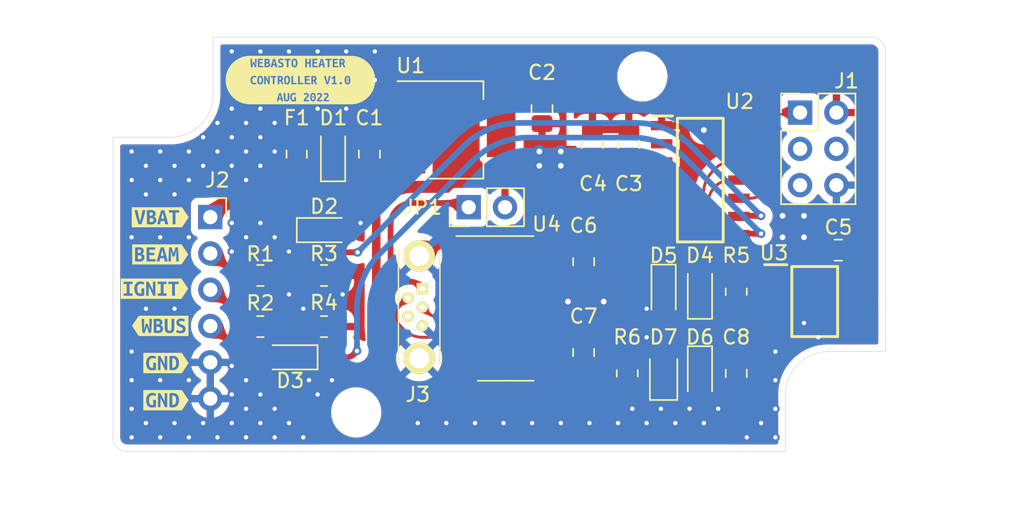
<source format=kicad_pcb>
(kicad_pcb (version 20211014) (generator pcbnew)
  (title_block (title "WEBASTO HEATER WBUS CONTROLLER PCB") (date "2022-08-30") (rev "1.0") (company "MATT HADLER"))
  (layers (0 "F.Cu" signal "Front") (31 "B.Cu" signal "Back") (34 "B.Paste" user) (35 "F.Paste" user) (36 "B.SilkS" user "B.Silkscreen") (37 "F.SilkS" user "F.Silkscreen") (38 "B.Mask" user) (39 "F.Mask" user) (44 "Edge.Cuts" user))
  (net 0 "")
  (net 1 "+5V")
  (net 2 "WLINE_RX")
  (net 3 "WLINE_TX")
  (net 4 "WLINE")
  (net 5 "GND")
  (net 6 "Net-(C7-Pad1)")
  (net 7 "+BATT")
  (net 8 "Net-(D1-Pad2)")
  (net 9 "UPDI_DATA")
  (net 10 "LOW_BEAM_5V")
  (net 11 "IGNITION_5V")
  (net 12 "SERIAL_DATA_RX")
  (net 13 "SERIAL_DATA_TX")
  (net 14 "Net-(D4-Pad1)")
  (net 19 "USB_D+")
  (net 20 "USB_D-")
  (net 21 "Net-(D7-Pad1)")
  (net 22 "LOW_BEAM")
  (net 23 "Net-(J3-Pad1)")
  (net 24 "IGNITION")
  (net 27 "Net-(R5-Pad2)")
  (net 40 "/+BATT_FUSED")
  (footprint "MountingHole:MountingHole_2.5mm" (layer "F.Cu") (at 153.7 77.75)
    (fp_text reference "REF**" hide)
    (fp_text value "MountingHole_2.5mm")
  )
  (footprint "Resistor_SMD:R_0805_2012Metric_Pad1.20x1.40mm_HandSolder" (layer "F.Cu") (at 152.645 98.525 -90)
    (fp_text reference "R6")
    (fp_text value "2k")
  )
  (footprint "kibuzzard-62F61ED5" (layer "F.Cu") (at 119.6 92.6)
    (fp_text reference "kibuzzard-62F61ED5" hide)
    (fp_text value "G***" hide)
  )
  (footprint "MountingHole:MountingHole_2.5mm" (layer "F.Cu") (at 133.7 101.25)
    (fp_text reference "REF**" hide)
    (fp_text value "MountingHole_2.5mm")
  )
  (footprint "Samysys:SOIC127P600X175-8N" (layer "F.Cu") (at 165.75 93.5)
    (fp_text reference "U3")
    (fp_text value "MC33660BEFR2" hide)
  )
  (footprint "Package_TO_SOT_SMD:SOT-223-3_TabPin2" (layer "F.Cu") (at 140.68 81.49)
    (fp_text reference "U1")
    (fp_text value "AMS1117-5.0")
  )
  (footprint "Diode_SMD:D_SOD-323_HandSoldering" (layer "F.Cu") (at 131.445 88.5)
    (fp_text reference "D2")
    (fp_text value "5V6")
  )
  (footprint "Capacitor_SMD:C_0805_2012Metric_Pad1.18x1.45mm_HandSolder" (layer "F.Cu") (at 149.595 90.715 -90)
    (fp_text reference "C6")
    (fp_text value "100n")
  )
  (footprint "kibuzzard-62F61EFB" (layer "F.Cu") (at 120.4 100.4)
    (fp_text reference "kibuzzard-62F61EFB" hide)
    (fp_text value "G***" hide)
  )
  (footprint "Diode_SMD:D_SOD-323_HandSoldering" (layer "F.Cu") (at 157.725 98.525 -90)
    (fp_text reference "D6")
    (fp_text value "27V")
  )
  (footprint "Capacitor_SMD:C_0805_2012Metric_Pad1.18x1.45mm_HandSolder" (layer "F.Cu") (at 150.21 82.5 -90)
    (fp_text reference "C4")
    (fp_text value "1n")
  )
  (footprint "Diode_SMD:D_SOD-323_HandSoldering" (layer "F.Cu") (at 132.08 83.185 90)
    (fp_text reference "D1")
    (fp_text value "D")
  )
  (footprint "kibuzzard-62F61DC3" (layer "F.Cu") (at 120 87.6)
    (fp_text reference "kibuzzard-62F61DC3" hide)
    (fp_text value "G***" hide)
  )
  (footprint "Samysys:USB3131300230A" (layer "F.Cu") (at 138.32 92.59 -90)
    (fp_text reference "J3")
    (fp_text value "USB3131-30-0230-A" hide)
  )
  (footprint "Samysys:SOIC127P600X175-14N" (layer "F.Cu") (at 157.75 85)
    (fp_text reference "U2")
    (fp_text value "ATTINY1624-SSU" hide)
  )
  (footprint "Resistor_SMD:R_0805_2012Metric_Pad1.20x1.40mm_HandSolder" (layer "F.Cu") (at 160.265 92.81 90)
    (fp_text reference "R5")
    (fp_text value "500")
  )
  (footprint "Resistor_SMD:R_0805_2012Metric_Pad1.20x1.40mm_HandSolder" (layer "F.Cu") (at 131.445 95.25 180)
    (fp_text reference "R4")
    (fp_text value "10k")
  )
  (footprint "Capacitor_SMD:C_0805_2012Metric_Pad1.18x1.45mm_HandSolder" (layer "F.Cu") (at 167.4 89.9 180)
    (fp_text reference "C5")
    (fp_text value "1n")
  )
  (footprint "Fuse:Fuse_0805_2012Metric_Pad1.15x1.40mm_HandSolder" (layer "F.Cu") (at 129.54 83.185 90)
    (fp_text reference "F1")
    (fp_text value "1A")
  )
  (footprint "Connector_PinSocket_2.54mm:PinSocket_1x06_P2.54mm_Horizontal" (layer "F.Cu") (at 123.5 87.59)
    (fp_text reference "J2")
    (fp_text value "VEHICLE_CONN")
  )
  (footprint "Diode_SMD:D_SOD-323_HandSoldering" (layer "F.Cu") (at 155.185 92.81 -90)
    (fp_text reference "D5")
    (fp_text value "45V")
  )
  (footprint "kibuzzard-62F61EF6" (layer "F.Cu") (at 120.4 97.8)
    (fp_text reference "kibuzzard-62F61EF6" hide)
    (fp_text value "G***" hide)
  )
  (footprint "LED_SMD:LED_0805_2012Metric_Pad1.15x1.40mm_HandSolder" (layer "F.Cu") (at 155.185 98.525 90)
    (fp_text reference "D7")
    (fp_text value "GREEN LED")
  )
  (footprint "Capacitor_SMD:C_0805_2012Metric_Pad1.18x1.45mm_HandSolder" (layer "F.Cu") (at 146.685 80.01 -90)
    (fp_text reference "C2")
    (fp_text value "10u")
  )
  (footprint "Diode_SMD:D_SOD-323_HandSoldering" (layer "F.Cu") (at 157.725 92.81 90)
    (fp_text reference "D4")
    (fp_text value "D")
  )
  (footprint "Capacitor_SMD:C_0805_2012Metric_Pad1.18x1.45mm_HandSolder" (layer "F.Cu") (at 152.75 82.5 -90)
    (fp_text reference "C3")
    (fp_text value "100n")
  )
  (footprint "Connector_PinHeader_2.54mm:PinHeader_2x03_P2.54mm_Vertical" (layer "F.Cu") (at 164.725 80.275)
    (fp_text reference "J1")
    (fp_text value "AVR-UPDI-6")
  )
  (footprint "Resistor_SMD:R_0805_2012Metric_Pad1.20x1.40mm_HandSolder" (layer "F.Cu") (at 131.445 91.675 180)
    (fp_text reference "R3")
    (fp_text value "10k")
  )
  (footprint "Package_SO:SOIC-16_3.9x9.9mm_P1.27mm" (layer "F.Cu") (at 144.145 93.98)
    (fp_text reference "U4")
    (fp_text value "CH340C")
  )
  (footprint "Capacitor_SMD:C_0805_2012Metric_Pad1.18x1.45mm_HandSolder" (layer "F.Cu") (at 160.265 98.525 -90)
    (fp_text reference "C8")
    (fp_text value "5n")
  )
  (footprint "kibuzzard-62F62203" (layer "F.Cu") (at 129.8 78)
    (fp_text reference "kibuzzard-62F62203" hide)
    (fp_text value "G***" hide)
  )
  (footprint "Capacitor_SMD:C_0805_2012Metric_Pad1.18x1.45mm_HandSolder" (layer "F.Cu") (at 134.62 83.185 90)
    (fp_text reference "C1")
    (fp_text value "10u")
  )
  (footprint "kibuzzard-62F61F6C" (layer "F.Cu") (at 120 90.2)
    (fp_text reference "kibuzzard-62F61F6C" hide)
    (fp_text value "G***" hide)
  )
  (footprint "Resistor_SMD:R_0805_2012Metric_Pad1.20x1.40mm_HandSolder" (layer "F.Cu") (at 127 95.25)
    (fp_text reference "R2")
    (fp_text value "10k")
  )
  (footprint "Capacitor_SMD:C_0805_2012Metric_Pad1.18x1.45mm_HandSolder" (layer "F.Cu") (at 149.595 97.065 90)
    (fp_text reference "C7")
    (fp_text value "100n")
  )
  (footprint "Diode_SMD:D_SOD-323_HandSoldering" (layer "F.Cu") (at 129.1 97.4 180)
    (fp_text reference "D3")
    (fp_text value "5V6")
  )
  (footprint "Resistor_SMD:R_0805_2012Metric_Pad1.20x1.40mm_HandSolder" (layer "F.Cu") (at 127 91.675)
    (fp_text reference "R1")
    (fp_text value "10k")
  )
  (footprint "kibuzzard-62F61EBF" (layer "F.Cu") (at 120 95.2)
    (fp_text reference "kibuzzard-62F61EBF" hide)
    (fp_text value "G***" hide)
  )
  (footprint "Connector_PinHeader_2.54mm:PinHeader_1x02_P2.54mm_Vertical" (layer "F.Cu") (at 141.56 86.9 90)
    (fp_text reference "JP1")
    (fp_text value "5V JUMP")
  )
  (gr_line (start 163.7 104) (end 117.7 104) (layer "Edge.Cuts") (width 0.0381))
  (gr_line (start 123.7 75) (end 123.7 79) (layer "Edge.Cuts") (width 0.0381))
  (gr_line (start 163.7 100) (end 163.7 104) (layer "Edge.Cuts") (width 0.0381))
  (gr_line (start 120.7 82) (end 116.7 82) (layer "Edge.Cuts") (width 0.0381))
  (gr_line (start 170.7 76) (end 170.7 97) (layer "Edge.Cuts") (width 0.0381))
  (gr_line (start 166.7 97) (end 170.7 97) (layer "Edge.Cuts") (width 0.0381))
  (gr_line (start 123.7 75) (end 169.7 75) (layer "Edge.Cuts") (width 0.0381))
  (gr_arc (start 169.7 75) (mid 170.407107 75.292893) (end 170.7 76) (layer "Edge.Cuts") (width 0.0381))
  (gr_line (start 116.7 103) (end 116.7 82) (layer "Edge.Cuts") (width 0.0381))
  (gr_arc (start 117.7 104) (mid 116.992893 103.707107) (end 116.7 103) (layer "Edge.Cuts") (width 0.0381))
  (gr_arc (start 163.7 100) (mid 164.57868 97.87868) (end 166.7 97) (layer "Edge.Cuts") (width 0.0381))
  (gr_arc (start 123.7 79) (mid 122.82132 81.12132) (end 120.7 82) (layer "Edge.Cuts") (width 0.0381))
  (segment (start 166.771918 93.690148) (end 166.314423 93.232653) (width 0.2) (layer "F.Cu") (net 2))
  (segment (start 167.845885 94.135) (end 168.475 94.135) (width 0.2) (layer "F.Cu") (net 2))
  (segment (start 158.3 86.621751) (end 158.3 88.511645) (width 0.2) (layer "F.Cu") (net 2))
  (segment (start 165.230884 90.769115) (end 165.338615 90.876846) (width 0.2) (layer "F.Cu") (net 2))
  (segment (start 158.774999 85.474999) (end 158.825735 85.424264) (width 0.2) (layer "F.Cu") (net 2))
  (segment (start 163.792893 90.17348) (end 159.961834 90.17348) (width 0.2) (layer "F.Cu") (net 2))
  (segment (start 159.85 85) (end 160.45 85) (width 0.2) (layer "F.Cu") (net 2))
  (arc (start 167.845885 94.135) (mid 167.264658 94.019386) (end 166.771918 93.690148) (width 0.2) (layer "F.Cu") (net 2))
  (arc (start 163.792893 90.17348) (mid 164.571128 90.32828) (end 165.230884 90.769115) (width 0.2) (layer "F.Cu") (net 2))
  (arc (start 159.85 85) (mid 159.295672 85.110262) (end 158.825735 85.424264) (width 0.2) (layer "F.Cu") (net 2))
  (arc (start 158.78674 89.68674) (mid 158.426499 89.147601) (end 158.3 88.511645) (width 0.2) (layer "F.Cu") (net 2))
  (arc (start 165.82652 92.05475) (mid 165.699717 91.417273) (end 165.338615 90.876846) (width 0.2) (layer "F.Cu") (net 2))
  (arc (start 158.774999 85.474999) (mid 158.423448 86.001133) (end 158.3 86.621751) (width 0.2) (layer "F.Cu") (net 2))
  (arc (start 158.78674 89.68674) (mid 159.325877 90.04698) (end 159.961834 90.17348) (width 0.2) (layer "F.Cu") (net 2))
  (arc (start 166.314423 93.232653) (mid 165.953321 92.692226) (end 165.82652 92.05475) (width 0.2) (layer "F.Cu") (net 2))
  (segment (start 163.792893 90.5) (end 159.961832 90.5) (width 0.2) (layer "F.Cu") (net 3))
  (segment (start 165.5 92.207106) (end 165.5 92.625) (width 0.2) (layer "F.Cu") (net 3))
  (segment (start 157.97348 85.947565) (end 157.97348 88.511646) (width 0.2) (layer "F.Cu") (net 3))
  (segment (start 159.86125 83.73) (end 160.45 83.73) (width 0.2) (layer "F.Cu") (net 3))
  (segment (start 158.622989 84.379509) (end 158.85619 84.146309) (width 0.2) (layer "F.Cu") (net 3))
  (segment (start 166.688309 94.938309) (end 166.295495 94.545495) (width 0.2) (layer "F.Cu") (net 3))
  (segment (start 167.815 95.405) (end 168.475 95.405) (width 0.2) (layer "F.Cu") (net 3))
  (arc (start 158.555855 89.917624) (mid 159.200922 90.348645) (end 159.961832 90.5) (width 0.2) (layer "F.Cu") (net 3))
  (arc (start 159.86125 83.73) (mid 159.317315 83.838195) (end 158.85619 84.146309) (width 0.2) (layer "F.Cu") (net 3))
  (arc (start 165.5 92.207106) (mid 165.370054 91.553825) (end 165 91) (width 0.2) (layer "F.Cu") (net 3))
  (arc (start 158.622989 84.379509) (mid 158.142281 85.098939) (end 157.97348 85.947565) (width 0.2) (layer "F.Cu") (net 3))
  (arc (start 158.555855 89.917624) (mid 158.124834 89.272555) (end 157.97348 88.511646) (width 0.2) (layer "F.Cu") (net 3))
  (arc (start 167.815 95.405) (mid 167.205239 95.28371) (end 166.688309 94.938309) (width 0.2) (layer "F.Cu") (net 3))
  (arc (start 166.295495 94.545495) (mid 165.706742 93.664364) (end 165.5 92.625) (width 0.2) (layer "F.Cu") (net 3))
  (arc (start 165 91) (mid 164.446174 90.629945) (end 163.792893 90.5) (width 0.2) (layer "F.Cu") (net 3))
  (segment (start 157.61875 97.38125) (end 157.6125 97.3875) (width 0.6) (layer "F.Cu") (net 4))
  (segment (start 123.6075 95.21) (end 123.5 95.21) (width 0.4) (layer "F.Cu") (net 4))
  (segment (start 159.75875 97.4875) (end 158.08776 97.4875) (width 0.6) (layer "F.Cu") (net 4))
  (segment (start 161.715 98.234359) (end 161.715 99.205) (width 0.4) (layer "F.Cu") (net 4))
  (segment (start 160.3325 101.8675) (end 160.809903 101.390096) (width 0.4) (layer "F.Cu") (net 4))
  (segment (start 161.920893 95.405) (end 163.025 95.405) (width 0.6) (layer "F.Cu") (net 4))
  (segment (start 160.658328 95.981671) (end 160.749999 95.889999) (width 0.6) (layer "F.Cu") (net 4))
  (segment (start 134.008963 103.25) (end 156.994849 103.25) (width 0.4) (layer "F.Cu") (net 4))
  (segment (start 160.77125 97.4875) (end 160.96814 97.4875) (width 0.4) (layer "F.Cu") (net 4))
  (segment (start 123.791013 95.286013) (end 130.161207 101.656207) (width 0.4) (layer "F.Cu") (net 4))
  (segment (start 157.3409 97.5) (end 155.185 97.5) (width 0.6) (layer "F.Cu") (net 4))
  (segment (start 160.265 96.98125) (end 160.265 96.93125) (width 0.6) (layer "F.Cu") (net 4))
  (segment (start 159.75875 97.4875) (end 160.77125 97.4875) (width 0.4) (layer "F.Cu") (net 4))
  (arc (start 159.75875 97.4875) (mid 160.116722 97.339222) (end 160.265 96.98125) (width 0.6) (layer "F.Cu") (net 4))
  (arc (start 160.3325 101.8675) (mid 158.801172 102.890699) (end 156.994849 103.25) (width 0.4) (layer "F.Cu") (net 4))
  (arc (start 123.791013 95.286013) (mid 123.706816 95.229755) (end 123.6075 95.21) (width 0.4) (layer "F.Cu") (net 4))
  (arc (start 161.715 98.234359) (mid 161.658148 97.948548) (end 161.49625 97.70625) (width 0.4) (layer "F.Cu") (net 4))
  (arc (start 134.008963 103.25) (mid 131.926572 102.835786) (end 130.161207 101.656207) (width 0.4) (layer "F.Cu") (net 4))
  (arc (start 160.265 96.93125) (mid 160.367222 96.417341) (end 160.658328 95.981671) (width 0.6) (layer "F.Cu") (net 4))
  (arc (start 161.49625 97.70625) (mid 161.253951 97.544351) (end 160.96814 97.4875) (width 0.4) (layer "F.Cu") (net 4))
  (arc (start 157.3409 97.5) (mid 157.487889 97.470762) (end 157.6125 97.3875) (width 0.6) (layer "F.Cu") (net 4))
  (arc (start 161.920893 95.405) (mid 161.28721 95.531047) (end 160.749999 95.889999) (width 0.6) (layer "F.Cu") (net 4))
  (arc (start 158.08776 97.4875) (mid 157.948937 97.459886) (end 157.83125 97.38125) (width 0.6) (layer "F.Cu") (net 4))
  (arc (start 157.61875 97.38125) (mid 157.725 97.337239) (end 157.83125 97.38125) (width 0.6) (layer "F.Cu") (net 4))
  (arc (start 160.265 96.98125) (mid 160.413277 97.339222) (end 160.77125 97.4875) (width 0.6) (layer "F.Cu") (net 4))
  (arc (start 160.809903 101.390096) (mid 161.479772 100.387565) (end 161.715 99.205) (width 0.4) (layer "F.Cu") (net 4))
  (segment (start 139.431543 89.535) (end 141.67 89.535) (width 0.4) (layer "F.Cu") (net 5))
  (segment (start 138.49 89.925) (end 138.1 90.315) (width 0.4) (layer "F.Cu") (net 5))
  (segment (start 158 81.5) (end 158.155 81.345) (width 1) (layer "F.Cu") (net 5))
  (segment (start 137.53 79.19) (end 135.19 79.19) (width 1) (layer "F.Cu") (net 5))
  (segment (start 158.529203 81.19) (end 160.45 81.19) (width 1) (layer "F.Cu") (net 5))
  (via (at 163.5 89) (size 0.9) (drill 0.4) (layers "F.Cu" "B.Cu") (net 5))
  (via (at 122 103) (size 0.6) (drill 0.3) (layers "F.Cu" "B.Cu") (net 5))
  (via (at 121 86) (size 0.6) (drill 0.3) (layers "F.Cu" "B.Cu") (net 5))
  (via (at 128 89) (size 0.6) (drill 0.3) (layers "F.Cu" "B.Cu") (net 5))
  (via (at 129 76) (size 0.6) (drill 0.3) (layers "F.Cu" "B.Cu") (net 5))
  (via (at 119 94) (size 0.6) (drill 0.3) (layers "F.Cu" "B.Cu") (net 5))
  (via (at 146.5 83) (size 0.9) (drill 0.4) (layers "F.Cu" "B.Cu") (net 5))
  (via (at 121 84) (size 0.6) (drill 0.3) (layers "F.Cu" "B.Cu") (net 5))
  (via (at 126 99) (size 0.6) (drill 0.3) (layers "F.Cu" "B.Cu") (net 5))
  (via (at 120 89) (size 0.6) (drill 0.3) (layers "F.Cu" "B.Cu") (net 5))
  (via (at 135 78) (size 0.6) (drill 0.3) (layers "F.Cu" "B.Cu") (net 5))
  (via (at 154 102) (size 0.6) (drill 0.3) (layers "F.Cu" "B.Cu") (net 5))
  (via (at 125 98) (size 0.6) (drill 0.3) (layers "F.Cu" "B.Cu") (net 5))
  (via (at 118 103) (size 0.6) (drill 0.3) (layers "F.Cu" "B.Cu") (net 5))
  (via (at 122 83) (size 0.6) (drill 0.3) (layers "F.Cu" "B.Cu") (net 5))
  (via (at 144 102) (size 0.6) (drill 0.3) (layers "F.Cu" "B.Cu") (net 5))
  (via (at 154 94) (size 0.6) (drill 0.3) (layers "F.Cu" "B.Cu") (net 5))
  (via (at 121 102) (size 0.6) (drill 0.3) (layers "F.Cu" "B.Cu") (net 5))
  (via (at 157 101) (size 0.6) (drill 0.3) (layers "F.Cu" "B.Cu") (net 5))
  (via (at 148 102) (size 0.6) (drill 0.3) (layers "F.Cu" "B.Cu") (net 5))
  (via (at 163 101) (size 0.6) (drill 0.3) (layers "F.Cu" "B.Cu") (net 5))
  (via (at 130.4 99) (size 0.6) (drill 0.3) (layers "F.Cu" "B.Cu") (net 5))
  (via (at 132.75 93) (size 0.6) (drill 0.3) (layers "F.Cu" "B.Cu") (net 5))
  (via (at 123 82) (size 0.6) (drill 0.3) (layers "F.Cu" "B.Cu") (net 5))
  (via (at 119 86) (size 0.6) (drill 0.3) (layers "F.Cu" "B.Cu") (net 5))
  (via (at 129 102) (size 0.6) (drill 0.3) (layers "F.Cu" "B.Cu") (net 5))
  (via (at 128 83) (size 0.6) (drill 0.3) (layers "F.Cu" "B.Cu") (net 5))
  (via (at 131 76) (size 0.6) (drill 0.3) (layers "F.Cu" "B.Cu") (net 5))
  (via (at 148 83) (size 0.9) (drill 0.4) (layers "F.Cu" "B.Cu") (net 5))
  (via (at 135 76) (size 0.6) (drill 0.3) (layers "F.Cu" "B.Cu") (net 5))
  (via (at 158 102) (size 0.6) (drill 0.3) (layers "F.Cu" "B.Cu") (net 5))
  (via (at 122 99) (size 0.6) (drill 0.3) (layers "F.Cu" "B.Cu") (net 5))
  (via (at 130 94) (size 0.6) (drill 0.3) (layers "F.Cu" "B.Cu") (net 5))
  (via (at 125 90) (size 0.6) (drill 0.3) (layers "F.Cu" "B.Cu") (net 5))
  (via (at 125 80) (size 0.6) (drill 0.3) (layers "F.Cu" "B.Cu") (net 5))
  (via (at 151 93.5) (size 0.9) (drill 0.4) (layers "F.Cu" "B.Cu") (net 5))
  (via (at 118 89) (size 0.6) (drill 0.3) (layers "F.Cu" "B.Cu") (net 5))
  (via (at 134 88) (size 0.6) (drill 0.3) (layers "F.Cu" "B.Cu") (net 5))
  (via (at 158 81.5) (size 0.9) (drill 0.4) (layers "F.Cu" "B.Cu") (net 5))
  (via (at 150 102) (size 0.6) (drill 0.3) (layers "F.Cu" "B.Cu") (net 5))
  (via (at 122 89) (size 0.6) (drill 0.3) (layers "F.Cu" "B.Cu") (net 5))
  (via (at 155 101) (size 0.6) (drill 0.3) (layers "F.Cu" "B.Cu") (net 5))
  (via (at 118 97) (size 0.6) (drill 0.3) (layers "F.Cu" "B.Cu") (net 5))
  (via (at 124 81) (size 0.6) (drill 0.3) (layers "F.Cu" "B.Cu") (net 5))
  (via (at 163 99) (size 0.6) (drill 0.3) (layers "F.Cu" "B.Cu") (net 5))
  (via (at 118 83) (size 0.6) (drill 0.3) (layers "F.Cu" "B.Cu") (net 5))
  (via (at 165 87.5) (size 0.9) (drill 0.4) (layers "F.Cu" "B.Cu") (net 5))
  (via (at 133 80) (size 0.6) (drill 0.3) (layers "F.Cu" "B.Cu") (net 5))
  (via (at 118 101) (size 0.6) (drill 0.3) (layers "F.Cu" "B.Cu") (net 5))
  (via (at 118 85) (size 0.6) (drill 0.3) (layers "F.Cu" "B.Cu") (net 5))
  (via (at 127 82) (size 0.6) (drill 0.3) (layers "F.Cu" "B.Cu") (net 5))
  (via (at 123 102) (size 0.6) (drill 0.3) (layers "F.Cu" "B.Cu") (net 5))
  (via (at 163 97) (size 0.6) (drill 0.3) (layers "F.Cu" "B.Cu") (net 5))
  (via (at 128 101) (size 0.6) (drill 0.3) (layers "F.Cu" "B.Cu") (net 5))
  (via (at 163 103) (size 0.6) (drill 0.3) (layers "F.Cu" "B.Cu") (net 5))
  (via (at 130 103) (size 0.6) (drill 0.3) (layers "F.Cu" "B.Cu") (net 5))
  (via (at 148.5 93.5) (size 0.9) (drill 0.4) (layers "F.Cu" "B.Cu") (net 5))
  (via (at 131 80) (size 0.6) (drill 0.3) (layers "F.Cu" "B.Cu") (net 5))
  (via (at 163.5 87.5) (size 0.9) (drill 0.4) (layers "F.Cu" "B.Cu") (net 5))
  (via (at 127 102) (size 0.6) (drill 0.3) (layers "F.Cu" "B.Cu") (net 5))
  (via (at 154 96) (size 0.6) (drill 0.3) (layers "F.Cu" "B.Cu") (net 5))
  (via (at 146.5 84) (size 0.9) (drill 0.4) (layers "F.Cu" "B.Cu") (net 5))
  (via (at 159 101) (size 0.6) (drill 0.3) (layers "F.Cu" "B.Cu") (net 5))
  (via (at 124 83) (size 0.6) (drill 0.3) (layers "F.Cu" "B.Cu") (net 5))
  (via (at 120 103) (size 0.6) (drill 0.3) (layers "F.Cu" "B.Cu") (net 5))
  (via (at 127 100) (size 0.6) (drill 0.3) (layers "F.Cu" "B.Cu") (net 5))
  (via (at 126 85) (size 0.6) (drill 0.3) (layers "F.Cu" "B.Cu") (net 5))
  (via (at 128 81) (size 0.6) (drill 0.3) (layers "F.Cu" "B.Cu") (net 5))
  (via (at 119 84) (size 0.6) (drill 0.3) (layers "F.Cu" "B.Cu") (net 5))
  (via (at 162 102) (size 0.6) (drill 0.3) (layers "F.Cu" "B.Cu") (net 5))
  (via (at 129 93) (size 0.6) (drill 0.3) (layers "F.Cu" "B.Cu") (net 5))
  (via (at 126 83) (size 0.6) (drill 0.3) (layers "F.Cu" "B.Cu") (net 5))
  (via (at 124 103) (size 0.6) (drill 0.3) (layers "F.Cu" "B.Cu") (net 5))
  (via (at 126 89) (size 0.6) (drill 0.3) (layers "F.Cu" "B.Cu") (net 5))
  (via (at 122 85) (size 0.6) (drill 0.3) (layers "F.Cu" "B.Cu") (net 5))
  (via (at 125 84) (size 0.6) (drill 0.3) (layers "F.Cu" "B.Cu") (net 5))
  (via (at 161 103) (size 0.6) (drill 0.3) (layers "F.Cu" "B.Cu") (net 5))
  (via (at 126 103) (size 0.6) (drill 0.3) (layers "F.Cu" "B.Cu") (net 5))
  (via (at 126 101) (size 0.6) (drill 0.3) (layers "F.Cu" "B.Cu") (net 5))
  (via (at 120 85) (size 0.6) (drill 0.3) (layers "F.Cu" "B.Cu") (net 5))
  (via (at 156 102) (size 0.6) (drill 0.3) (layers "F.Cu" "B.Cu") (net 5))
  (via (at 126 81) (size 0.6) (drill 0.3) (layers "F.Cu" "B.Cu") (net 5))
  (via (at 121 94) (size 0.6) (drill 0.3) (layers "F.Cu" "B.Cu") (net 5))
  (via (at 133 76) (size 0.6) (drill 0.3) (layers "F.Cu" "B.Cu") (net 5))
  (via (at 131 100) (size 0.6) (drill 0.3) (layers "F.Cu" "B.Cu") (net 5))
  (via (at 142 102) (size 0.6) (drill 0.3) (layers "F.Cu" "B.Cu") (net 5))
  (via (at 166 96) (size 0.6) (drill 0.3) (layers "F.Cu" "B.Cu") (net 5))
  (via (at 152 102) (size 0.6) (drill 0.3) (layers "F.Cu" "B.Cu") (net 5))
  (via (at 165 95) (size 0.6) (drill 0.3) (layers "F.Cu" "B.Cu") (net 5))
  (via (at 123 84) (size 0.6) (drill 0.3) (layers "F.Cu" "B.Cu") (net 5))
  (via (at 118 99) (size 0.6) (drill 0.3) (layers "F.Cu" "B.Cu") (net 5))
  (via (at 120 83) (size 0.6) (drill 0.3) (layers "F.Cu" "B.Cu") (net 5))
  (via (at 148 84) (size 0.9) (drill 0.4) (layers "F.Cu" "B.Cu") (net 5))
  (via (at 119 102) (size 0.6) (drill 0.3) (layers "F.Cu" "B.Cu") (net 5))
  (via (at 127 80) (size 0.6) (drill 0.3) (layers "F.Cu" "B.Cu") (net 5))
  (via (at 140 102) (size 0.6) (drill 0.3) (layers "F.Cu" "B.Cu") (net 5))
  (via (at 127 84) (size 0.6) (drill 0.3) (layers "F.Cu" "B.Cu") (net 5))
  (via (at 125 76) (size 0.6) (drill 0.3) (layers "F.Cu" "B.Cu") (net 5))
  (via (at 146 102) (size 0.6) (drill 0.3) (layers "F.Cu" "B.Cu") (net 5))
  (via (at 132 99) (size 0.6) (drill 0.3) (layers "F.Cu" "B.Cu") (net 5))
  (via (at 125 88) (size 0.6) (drill 0.3) (layers "F.Cu" "B.Cu") (net 5))
  (via (at 120 99) (size 0.6) (drill 0.3) (layers "F.Cu" "B.Cu") (net 5))
  (via (at 125 82) (size 0.6) (drill 0.3) (layers "F.Cu" "B.Cu") (net 5))
  (via (at 127 76) (size 0.6) (drill 0.3) (layers "F.Cu" "B.Cu") (net 5))
  (via (at 153 101) (size 0.6) (drill 0.3) (layers "F.Cu" "B.Cu") (net 5))
  (via (at 129 90) (size 0.6) (drill 0.3) (layers "F.Cu" "B.Cu") (net 5))
  (via (at 138 102) (size 0.6) (drill 0.3) (layers "F.Cu" "B.Cu") (net 5))
  (via (at 125 102) (size 0.6) (drill 0.3) (layers "F.Cu" "B.Cu") (net 5))
  (via (at 165 89) (size 0.9) (drill 0.4) (layers "F.Cu" "B.Cu") (net 5))
  (via (at 127 88) (size 0.6) (drill 0.3) (layers "F.Cu" "B.Cu") (net 5))
  (via (at 125 100) (size 0.6) (drill 0.3) (layers "F.Cu" "B.Cu") (net 5))
  (via (at 128 103) (size 0.6) (drill 0.3) (layers "F.Cu" "B.Cu") (net 5))
  (arc (start 139.431543 89.535) (mid 138.921983 89.636357) (end 138.49 89.925) (width 0.4) (layer "F.Cu") (net 5))
  (arc (start 158.155 81.345) (mid 158.326685 81.230283) (end 158.529203 81.19) (width 1) (layer "F.Cu") (net 5))
  (segment (start 149.5975 98.105) (end 149.595 98.1025) (width 0.4) (layer "F.Cu") (net 6))
  (segment (start 142.711134 93.345) (end 141.67 93.345) (width 0.4) (layer "F.Cu") (net 6))
  (segment (start 144 98.575735) (end 144 94.633865) (width 0.4) (layer "F.Cu") (net 6))
  (segment (start 148.234314 99.6) (end 145.024264 99.6) (width 0.4) (layer "F.Cu") (net 6))
  (segment (start 149.6 98.111035) (end 149.6 98.45375) (width 0.4) (layer "F.Cu") (net 6))
  (segment (start 149.2 99.2) (end 149.355164 99.044835) (width 0.4) (layer "F.Cu") (net 6))
  (arc (start 149.355164 99.044835) (mid 149.536369 98.773643) (end 149.6 98.45375) (width 0.4) (layer "F.Cu") (net 6))
  (arc (start 144 98.575735) (mid 144.077967 98.967704) (end 144.3 99.3) (width 0.4) (layer "F.Cu") (net 6))
  (arc (start 142.711134 93.345) (mid 143.204361 93.443109) (end 143.6225 93.7225) (width 0.4) (layer "F.Cu") (net 6))
  (arc (start 148.234314 99.6) (mid 148.756939 99.496043) (end 149.2 99.2) (width 0.4) (layer "F.Cu") (net 6))
  (arc (start 144.3 99.3) (mid 144.632295 99.522032) (end 145.024264 99.6) (width 0.4) (layer "F.Cu") (net 6))
  (arc (start 149.5975 98.105) (mid 149.59935 98.107768) (end 149.6 98.111035) (width 0.4) (layer "F.Cu") (net 6))
  (arc (start 144 94.633865) (mid 143.90189 94.140637) (end 143.6225 93.7225) (width 0.4) (layer "F.Cu") (net 6))
  (segment (start 125.557063 86.385) (end 127.329296 86.385) (width 1) (layer "F.Cu") (net 7))
  (segment (start 151.115 99.160666) (end 151.115 98.207842) (width 0.6) (layer "F.Cu") (net 7))
  (segment (start 124.1025 86.9875) (end 123.5 87.59) (width 1) (layer "F.Cu") (net 7))
  (segment (start 135.1 95.174571) (end 135.1 87.776292) (width 0.6) (layer "F.Cu") (net 7))
  (segment (start 154.070434 91.56) (end 155.185 91.56) (width 0.6) (layer "F.Cu") (net 7))
  (segment (start 129.54 84.65) (end 129.54 84.21) (width 1) (layer "F.Cu") (net 7))
  (segment (start 129.997851 86.385) (end 133.708707 86.385) (width 0.6) (layer "F.Cu") (net 7))
  (segment (start 129.228873 85.401126) (end 128.8925 85.7375) (width 1) (layer "F.Cu") (net 7))
  (segment (start 128.8925 85.7375) (end 129.21625 86.06125) (width 0.6) (layer "F.Cu") (net 7))
  (segment (start 155.185 91.56) (end 157.725 91.56) (width 0.6) (layer "F.Cu") (net 7))
  (segment (start 151.797842 97.525) (end 152.645 97.525) (width 0.6) (layer "F.Cu") (net 7))
  (segment (start 149.849146 100.42652) (end 140.351948 100.42652) (width 0.6) (layer "F.Cu") (net 7))
  (segment (start 152.645 92.985434) (end 152.645 97.525) (width 0.6) (layer "F.Cu") (net 7))
  (arc (start 151.315 97.725) (mid 151.166978 97.946529) (end 151.115 98.207842) (width 0.6) (layer "F.Cu") (net 7))
  (arc (start 151.115 99.160666) (mid 151.018642 99.645087) (end 150.74424 100.05576) (width 0.6) (layer "F.Cu") (net 7))
  (arc (start 135.1 95.174571) (mid 135.49978 97.184405) (end 136.63826 98.88826) (width 0.6) (layer "F.Cu") (net 7))
  (arc (start 127.329296 86.385) (mid 128.175296 86.21672) (end 128.8925 85.7375) (width 1) (layer "F.Cu") (net 7))
  (arc (start 154.070434 91.56) (mid 153.524944 91.668504) (end 153.0625 91.9775) (width 0.6) (layer "F.Cu") (net 7))
  (arc (start 129.54 84.65) (mid 129.45914 85.056506) (end 129.228873 85.401126) (width 1) (layer "F.Cu") (net 7))
  (arc (start 151.315 97.725) (mid 151.536529 97.576978) (end 151.797842 97.525) (width 0.6) (layer "F.Cu") (net 7))
  (arc (start 125.557063 86.385) (mid 124.769859 86.541584) (end 124.1025 86.9875) (width 1) (layer "F.Cu") (net 7))
  (arc (start 129.997851 86.385) (mid 129.574851 86.30086) (end 129.21625 86.06125) (width 0.6) (layer "F.Cu") (net 7))
  (arc (start 135.1 87.776292) (mid 134.994094 87.243867) (end 134.6925 86.7925) (width 0.6) (layer "F.Cu") (net 7))
  (arc (start 136.63826 98.88826) (mid 138.342114 100.026739) (end 140.351948 100.42652) (width 0.6) (layer "F.Cu") (net 7))
  (arc (start 134.6925 86.7925) (mid 134.241132 86.490905) (end 133.708707 86.385) (width 0.6) (layer "F.Cu") (net 7))
  (arc (start 152.645 92.985434) (mid 152.753504 92.439944) (end 153.0625 91.9775) (width 0.6) (layer "F.Cu") (net 7))
  (arc (start 149.849146 100.42652) (mid 150.333567 100.330162) (end 150.74424 100.05576) (width 0.6) (layer "F.Cu") (net 7))
  (segment (start 131.224099 81.935) (end 132.08 81.935) (width 1) (layer "F.Cu") (net 8))
  (segment (start 130.6809 82.16) (end 129.54 82.16) (width 1) (layer "F.Cu") (net 8))
  (arc (start 130.9525 82.0475) (mid 131.07711 81.964237) (end 131.224099 81.935) (width 1) (layer "F.Cu") (net 8))
  (arc (start 130.6809 82.16) (mid 130.827889 82.130762) (end 130.9525 82.0475) (width 1) (layer "F.Cu") (net 8))
  (segment (start 161.256238 86.27) (end 160.45 86.27) (width 0.2) (layer "F.Cu") (net 9))
  (segment (start 163.637652 80.275) (end 164.725 80.275) (width 0.2) (layer "F.Cu") (net 9))
  (segment (start 162.4 81.512652) (end 162.4 85.126238) (width 0.2) (layer "F.Cu") (net 9))
  (arc (start 162.065 85.935) (mid 161.693936 86.182936) (end 161.256238 86.27) (width 0.2) (layer "F.Cu") (net 9))
  (arc (start 162.4 81.512652) (mid 162.49421 81.039023) (end 162.7625 80.6375) (width 0.2) (layer "F.Cu") (net 9))
  (arc (start 162.065 85.935) (mid 162.312936 85.563936) (end 162.4 85.126238) (width 0.2) (layer "F.Cu") (net 9))
  (arc (start 162.7625 80.6375) (mid 163.164023 80.36921) (end 163.637652 80.275) (width 0.2) (layer "F.Cu") (net 9))
  (segment (start 130.445 90.7075) (end 130.445 91.675) (width 0.4) (layer "F.Cu") (net 10))
  (segment (start 130.445 91.675) (end 128 91.675) (width 0.4) (layer "F.Cu") (net 10))
  (segment (start 160.518284 87.5) (end 162 87.5) (width 0.4) (layer "F.Cu") (net 10))
  (segment (start 130.445 90.7075) (end 130.445 89.4025) (width 0.4) (layer "F.Cu") (net 10))
  (segment (start 160.47 87.52) (end 160.45 87.54) (width 0.4) (layer "F.Cu") (net 10))
  (segment (start 133.8 90.055) (end 131.0975 90.055) (width 0.4) (layer "F.Cu") (net 10))
  (segment (start 130.32 88.625) (end 130.195 88.5) (width 0.4) (layer "F.Cu") (net 10))
  (segment (start 130.445 88.926776) (end 130.445 89.4025) (width 0.4) (layer "F.Cu") (net 10))
  (via (at 133.8 90.055) (size 0.6) (drill 0.3) (layers "F.Cu" "B.Cu") (net 10))
  (via (at 162 87.5) (size 0.6) (drill 0.3) (layers "F.Cu" "B.Cu") (net 10))
  (arc (start 160.518284 87.5) (mid 160.492152 87.505197) (end 160.47 87.52) (width 0.4) (layer "F.Cu") (net 10))
  (arc (start 130.32 88.625) (mid 130.412513 88.763456) (end 130.445 88.926776) (width 0.4) (layer "F.Cu") (net 10))
  (arc (start 130.445 89.4025) (mid 130.636112 89.863887) (end 131.0975 90.055) (width 0.4) (layer "F.Cu") (net 10))
  (arc (start 130.445 90.7075) (mid 130.636112 90.246112) (end 131.0975 90.055) (width 0.4) (layer "F.Cu") (net 10))
  (segment (start 162 87.5) (end 157.093792 82.593792) (width 0.4) (layer "B.Cu") (net 10))
  (segment (start 141.261207 82.593792) (end 133.8 90.055) (width 0.4) (layer "B.Cu") (net 10))
  (segment (start 153.246036 81) (end 145.108963 81) (width 0.4) (layer "B.Cu") (net 10))
  (arc (start 141.261207 82.593792) (mid 143.026572 81.414213) (end 145.108963 81) (width 0.4) (layer "B.Cu") (net 10))
  (arc (start 157.093792 82.593792) (mid 155.328426 81.414213) (end 153.246036 81) (width 0.4) (layer "B.Cu") (net 10))
  (segment (start 132.995337 97.4) (end 130.445 97.4) (width 0.4) (layer "F.Cu") (net 11))
  (segment (start 162 88.75) (end 160.552426 88.75) (width 0.4) (layer "F.Cu") (net 11))
  (segment (start 160.48 88.78) (end 160.45 88.81) (width 0.4) (layer "F.Cu") (net 11))
  (segment (start 130.445 95.25) (end 128 95.25) (width 0.4) (layer "F.Cu") (net 11))
  (segment (start 133.755 96.955) (end 133.5325 97.1775) (width 0.4) (layer "F.Cu") (net 11))
  (segment (start 130.445 95.25) (end 130.445 97.4) (width 0.4) (layer "F.Cu") (net 11))
  (via (at 162 88.75) (size 0.6) (drill 0.3) (layers "F.Cu" "B.Cu") (net 11))
  (via (at 133.755 96.955) (size 0.6) (drill 0.3) (layers "F.Cu" "B.Cu") (net 11))
  (arc (start 160.48 88.78) (mid 160.513229 88.757796) (end 160.552426 88.75) (width 0.4) (layer "F.Cu") (net 11))
  (arc (start 132.995337 97.4) (mid 133.286047 97.342174) (end 133.5325 97.1775) (width 0.4) (layer "F.Cu") (net 11))
  (segment (start 141.879687 83.620312) (end 135.348792 90.151207) (width 0.4) (layer "B.Cu") (net 11))
  (segment (start 133.755 96.955) (end 133.755 93.998963) (width 0.4) (layer "B.Cu") (net 11))
  (segment (start 145.727443 82.02652) (end 153.022556 82.02652) (width 0.4) (layer "B.Cu") (net 11))
  (segment (start 156.870312 83.620312) (end 162 88.75) (width 0.4) (layer "B.Cu") (net 11))
  (arc (start 145.727443 82.02652) (mid 143.645052 82.440733) (end 141.879687 83.620312) (width 0.4) (layer "B.Cu") (net 11))
  (arc (start 156.870312 83.620312) (mid 155.104946 82.440733) (end 153.022556 82.02652) (width 0.4) (layer "B.Cu") (net 11))
  (arc (start 135.348792 90.151207) (mid 134.169213 91.916572) (end 133.755 93.998963) (width 0.4) (layer "B.Cu") (net 11))
  (segment (start 143.368709 91.63129) (end 143.969669 91.03033) (width 0.2) (layer "F.Cu") (net 12))
  (segment (start 153.701507 88.6) (end 145.182842 88.6) (width 0.2) (layer "F.Cu") (net 12))
  (segment (start 144.5 89.282842) (end 144.5 89.75) (width 0.2) (layer "F.Cu") (net 12))
  (segment (start 142.2975 92.075) (end 141.67 92.075) (width 0.2) (layer "F.Cu") (net 12))
  (segment (start 154.208492 88.81) (end 155.05 88.81) (width 0.2) (layer "F.Cu") (net 12))
  (arc (start 143.969669 91.03033) (mid 144.362171 90.442909) (end 144.5 89.75) (width 0.2) (layer "F.Cu") (net 12))
  (arc (start 153.701507 88.6) (mid 153.838696 88.627288) (end 153.955 88.705) (width 0.2) (layer "F.Cu") (net 12))
  (arc (start 145.182842 88.6) (mid 144.921529 88.651978) (end 144.7 88.8) (width 0.2) (layer "F.Cu") (net 12))
  (arc (start 144.5 89.282842) (mid 144.551978 89.021529) (end 144.7 88.8) (width 0.2) (layer "F.Cu") (net 12))
  (arc (start 154.208492 88.81) (mid 154.071303 88.782711) (end 153.955 88.705) (width 0.2) (layer "F.Cu") (net 12))
  (arc (start 143.368709 91.63129) (mid 142.877234 91.959683) (end 142.2975 92.075) (width 0.2) (layer "F.Cu") (net 12))
  (segment (start 153.333309 88.2) (end 144.724264 88.2) (width 0.2) (layer "F.Cu") (net 13))
  (segment (start 143.7 89.601489) (end 143.7 89.224264) (width 0.2) (layer "F.Cu") (net 13))
  (segment (start 154.251403 87.748596) (end 154.129999 87.869999) (width 0.2) (layer "F.Cu") (net 13))
  (segment (start 154.755 87.54) (end 155.05 87.54) (width 0.2) (layer "F.Cu") (net 13))
  (segment (start 142.496489 90.805) (end 141.67 90.805) (width 0.2) (layer "F.Cu") (net 13))
  (arc (start 153.333309 88.2) (mid 153.764474 88.114235) (end 154.129999 87.869999) (width 0.2) (layer "F.Cu") (net 13))
  (arc (start 154.251403 87.748596) (mid 154.482455 87.594212) (end 154.755 87.54) (width 0.2) (layer "F.Cu") (net 13))
  (arc (start 143.7 89.601489) (mid 143.608388 90.062052) (end 143.3475 90.4525) (width 0.2) (layer "F.Cu") (net 13))
  (arc (start 142.496489 90.805) (mid 142.957052 90.713388) (end 143.3475 90.4525) (width 0.2) (layer "F.Cu") (net 13))
  (arc (start 144 88.5) (mid 144.332295 88.277967) (end 144.724264 88.2) (width 0.2) (layer "F.Cu") (net 13))
  (arc (start 143.7 89.224264) (mid 143.777967 88.832295) (end 144 88.5) (width 0.2) (layer "F.Cu") (net 13))
  (segment (start 160.14 93.935) (end 160.265 93.81) (width 0.6) (layer "F.Cu") (net 14))
  (segment (start 159.838223 94.06) (end 157.725 94.06) (width 0.6) (layer "F.Cu") (net 14))
  (arc (start 160.14 93.935) (mid 160.001543 94.027513) (end 159.838223 94.06) (width 0.6) (layer "F.Cu") (net 14))
  (segment (start 139.557652 94.615) (end 141.67 94.615) (width 0.2) (layer "F.Cu") (net 19))
  (segment (start 138.6825 94.2525) (end 138.32 93.89) (width 0.2) (layer "F.Cu") (net 19))
  (arc (start 139.557652 94.615) (mid 139.084023 94.520789) (end 138.6825 94.2525) (width 0.2) (layer "F.Cu") (net 19))
  (segment (start 136.806888 93.753111) (end 137.32 93.24) (width 0.2) (layer "F.Cu") (net 20))
  (segment (start 141.6125 95.9425) (end 141.67 95.885) (width 0.2) (layer "F.Cu") (net 20))
  (segment (start 137.035994 95.464005) (end 136.806888 95.234899) (width 0.2) (layer "F.Cu") (net 20))
  (segment (start 141.473682 96) (end 138.329999 96) (width 0.2) (layer "F.Cu") (net 20))
  (arc (start 136.5 94.494005) (mid 136.579757 94.894974) (end 136.806888 95.234899) (width 0.2) (layer "F.Cu") (net 20))
  (arc (start 141.6125 95.9425) (mid 141.548809 95.985056) (end 141.473682 96) (width 0.2) (layer "F.Cu") (net 20))
  (arc (start 136.806888 93.753111) (mid 136.579757 94.093036) (end 136.5 94.494005) (width 0.2) (layer "F.Cu") (net 20))
  (arc (start 137.035994 95.464005) (mid 137.629688 95.860699) (end 138.329999 96) (width 0.2) (layer "F.Cu") (net 20))
  (segment (start 152.6575 99.5375) (end 152.645 99.525) (width 0.6) (layer "F.Cu") (net 21))
  (segment (start 152.687677 99.55) (end 155.185 99.55) (width 0.6) (layer "F.Cu") (net 21))
  (arc (start 152.687677 99.55) (mid 152.671345 99.546751) (end 152.6575 99.5375) (width 0.6) (layer "F.Cu") (net 21))
  (segment (start 123.6075 90.13) (end 123.5 90.13) (width 0.4) (layer "F.Cu") (net 22))
  (segment (start 125.63 91.675) (end 126 91.675) (width 0.4) (layer "F.Cu") (net 22))
  (segment (start 123.791013 90.206013) (end 124.99837 91.41337) (width 0.4) (layer "F.Cu") (net 22))
  (arc (start 123.791013 90.206013) (mid 123.706816 90.149755) (end 123.6075 90.13) (width 0.4) (layer "F.Cu") (net 22))
  (arc (start 125.63 91.675) (mid 125.288164 91.607004) (end 124.99837 91.41337) (width 0.4) (layer "F.Cu") (net 22))
  (segment (start 136.1 90.734314) (end 136.1 88.136396) (width 0.4) (layer "F.Cu") (net 23))
  (segment (start 138.045 92.345) (end 138.279393 92.579393) (width 0.4) (layer "F.Cu") (net 23))
  (segment (start 137.35 92.1) (end 137.453517 92.1) (width 0.4) (layer "F.Cu") (net 23))
  (segment (start 137.636396 86.6) (end 141.56 86.6) (width 0.4) (layer "F.Cu") (net 23))
  (segment (start 136.581801 91.781801) (end 136.5 91.7) (width 0.4) (layer "F.Cu") (net 23))
  (segment (start 138.31 92.59) (end 138.305 92.59) (width 0.4) (layer "F.Cu") (net 23))
  (segment (start 138.32 92.58) (end 138.32 92.57) (width 0.4) (layer "F.Cu") (net 23))
  (arc (start 136.55 87.05) (mid 137.048442 86.716951) (end 137.636396 86.6) (width 0.4) (layer "F.Cu") (net 23))
  (arc (start 137.453517 92.1) (mid 137.773625 92.163673) (end 138.045 92.345) (width 0.4) (layer "F.Cu") (net 23))
  (arc (start 138.305 92.59) (mid 138.291141 92.587243) (end 138.279393 92.579393) (width 0.4) (layer "F.Cu") (net 23))
  (arc (start 137.35 92.1) (mid 136.934253 92.017302) (end 136.581801 91.781801) (width 0.4) (layer "F.Cu") (net 23))
  (arc (start 136.55 87.05) (mid 136.216951 87.548442) (end 136.1 88.136396) (width 0.4) (layer "F.Cu") (net 23))
  (arc (start 136.1 90.734314) (mid 136.203956 91.256939) (end 136.5 91.7) (width 0.4) (layer "F.Cu") (net 23))
  (arc (start 138.31 92.59) (mid 138.317071 92.587071) (end 138.32 92.58) (width 0.4) (layer "F.Cu") (net 23))
  (segment (start 125.895701 94.850701) (end 123.791013 92.746013) (width 0.4) (layer "F.Cu") (net 24))
  (segment (start 126 95.1025) (end 126 95.25) (width 0.4) (layer "F.Cu") (net 24))
  (segment (start 123.6075 92.67) (end 123.5 92.67) (width 0.4) (layer "F.Cu") (net 24))
  (arc (start 123.6075 92.67) (mid 123.706816 92.689755) (end 123.791013 92.746013) (width 0.4) (layer "F.Cu") (net 24))
  (arc (start 126 95.1025) (mid 125.972893 94.966227) (end 125.895701 94.850701) (width 0.4) (layer "F.Cu") (net 24))
  (segment (start 160.3725 91.7025) (end 160.265 91.81) (width 0.6) (layer "F.Cu") (net 27))
  (segment (start 160.632027 91.595) (end 163.025 91.595) (width 0.6) (layer "F.Cu") (net 27))
  (arc (start 160.632027 91.595) (mid 160.491572 91.622938) (end 160.3725 91.7025) (width 0.6) (layer "F.Cu") (net 27))
  (segment (start 133.314739 84.435) (end 132.08 84.435) (width 1) (layer "F.Cu") (net 40))
  (segment (start 134.62 84.2225) (end 133.82776 84.2225) (width 1) (layer "F.Cu") (net 40))
  (segment (start 134.62 84.2225) (end 135.371676 84.2225) (width 1) (layer "F.Cu") (net 40))
  (segment (start 136.415823 83.79) (end 137.53 83.79) (width 1) (layer "F.Cu") (net 40))
  (arc (start 135.371676 84.2225) (mid 135.65422 84.166298) (end 135.89375 84.00625) (width 1) (layer "F.Cu") (net 40))
  (arc (start 133.57125 84.32875) (mid 133.453561 84.407386) (end 133.314739 84.435) (width 1) (layer "F.Cu") (net 40))
  (arc (start 136.415823 83.79) (mid 136.133279 83.846201) (end 135.89375 84.00625) (width 1) (layer "F.Cu") (net 40))
  (arc (start 133.57125 84.32875) (mid 133.688937 84.250113) (end 133.82776 84.2225) (width 1) (layer "F.Cu") (net 40))
  (zone (net 10) (net_name "LOW_BEAM_5V") (layer "F.Cu") (priority 16962) (connect_pads yes (clearance 0)) (min_thickness 0.0254) (fill yes (thermal_gap 0.508) (thermal_bridge_width 0.508))
    (polygon (pts (xy 130.645 89.4025) (xy 130.646358 89.27718) (xy 130.650053 89.169331) (xy 130.655511 89.075341) (xy 130.66216 88.9916) (xy 130.669427 88.914496) (xy 130.67674 88.840419) (xy 130.683526 88.765759) (xy 130.689212 88.686904) (xy 130.693226 88.600245) (xy 130.694995 88.50217) (xy 130.070811 88.283028) (xy 129.943644 88.932226) (xy 129.997617 88.964334) (xy 130.046942 88.99617) (xy 130.091375 89.02908) (xy 130.130673 89.064408) (xy 130.164593 89.103501) (xy 130.192891 89.147702) (xy 130.215323 89.198357) (xy 130.231648 89.256812) (xy 130.241621 89.324411) (xy 130.245 89.4025)))
  )
  (zone (net 4) (net_name "WLINE") (layer "F.Cu") (priority 16962) (connect_pads yes (clearance 0)) (min_thickness 0.0254) (fill yes (thermal_gap 0.508) (thermal_bridge_width 0.508))
    (polygon (pts (xy 156.33 97.2) (xy 156.20197 97.198193) (xy 156.091712 97.192611) (xy 155.995776 97.183006) (xy 155.910716 97.169133) (xy 155.833083 97.150746) (xy 155.759428 97.1276) (xy 155.686304 97.099448) (xy 155.610263 97.066044) (xy 155.527856 97.027144) (xy 155.435636 96.9825) (xy 154.8975 97.5) (xy 155.435636 98.0175) (xy 155.527856 97.972855) (xy 155.610263 97.933955) (xy 155.686304 97.900551) (xy 155.759428 97.872399) (xy 155.833083 97.849253) (xy 155.910716 97.830866) (xy 155.995776 97.816993) (xy 156.091712 97.807388) (xy 156.20197 97.801806) (xy 156.33 97.8)))
  )
  (zone (net 2) (net_name "WLINE_RX") (layer "F.Cu") (priority 16962) (connect_pads yes (clearance 0)) (min_thickness 0.0254) (fill yes (thermal_gap 0.508) (thermal_bridge_width 0.508))
    (polygon (pts (xy 167.502124 94.198078) (xy 167.618813 94.222408) (xy 167.718483 94.241659) (xy 167.80472 94.25762) (xy 167.881106 94.27208) (xy 167.951228 94.286827) (xy 168.018671 94.303651) (xy 168.087018 94.324342) (xy 168.159854 94.350687) (xy 168.240765 94.384477) (xy 168.333336 94.4275) (xy 168.6375 94.135) (xy 168.333336 93.8425) (xy 168.246572 93.885758) (xy 168.170071 93.924986) (xy 168.100641 93.959423) (xy 168.035091 93.988311) (xy 167.970231 94.010892) (xy 167.90287 94.026408) (xy 167.829817 94.034099) (xy 167.74788 94.033207) (xy 167.653869 94.022973) (xy 167.544594 94.00264)))
  )
  (zone (net 24) (net_name "IGNITION") (layer "F.Cu") (priority 16962) (connect_pads yes (clearance 0)) (min_thickness 0.0254) (fill yes (thermal_gap 0.508) (thermal_bridge_width 0.508))
    (polygon (pts (xy 125.181524 94.419367) (xy 125.260687 94.505442) (xy 125.320042 94.585131) (xy 125.362239 94.660484) (xy 125.389934 94.733551) (xy 125.405778 94.806383) (xy 125.412426 94.881032) (xy 125.412529 94.959547) (xy 125.408741 95.043979) (xy 125.403715 95.136379) (xy 125.400105 95.238798) (xy 126.125702 95.522394) (xy 126.380724 94.786267) (xy 126.276124 94.705183) (xy 126.181858 94.640492) (xy 126.095129 94.587388) (xy 126.013144 94.541069) (xy 125.933108 94.496727) (xy 125.852227 94.449559) (xy 125.767707 94.394759) (xy 125.676753 94.327523) (xy 125.576571 94.243046) (xy 125.464367 94.136524)))
  )
  (zone (net 4) (net_name "WLINE") (layer "F.Cu") (priority 16962) (connect_pads yes (clearance 0)) (min_thickness 0.0254) (fill yes (thermal_gap 0.508) (thermal_bridge_width 0.508))
    (polygon (pts (xy 161.638493 97.565651) (xy 161.527974 97.467931) (xy 161.423837 97.399019) (xy 161.32492 97.352146) (xy 161.230058 97.320542) (xy 161.13809 97.297441) (xy 161.047852 97.276074) (xy 160.95818 97.249674) (xy 160.867912 97.211471) (xy 160.775884 97.154697) (xy 160.680935 97.072586) (xy 159.97125 97.4875) (xy 160.521085 98.01625) (xy 160.615276 97.965173) (xy 160.703751 97.909426) (xy 160.787755 97.853614) (xy 160.868536 97.802345) (xy 160.947338 97.760227) (xy 161.025409 97.731866) (xy 161.103994 97.72187) (xy 161.184341 97.734846) (xy 161.267695 97.775402) (xy 161.355303 97.848145)))
  )
  (zone (net 11) (net_name "IGNITION_5V") (layer "F.Cu") (priority 16962) (connect_pads yes (clearance 0)) (min_thickness 0.0254) (fill yes (thermal_gap 0.508) (thermal_bridge_width 0.508))
    (polygon (pts (xy 130.245 96.41) (xy 130.241793 96.513801) (xy 130.232287 96.601925) (xy 130.21665 96.677354) (xy 130.195051 96.743071) (xy 130.167658 96.802057) (xy 130.134642 96.857294) (xy 130.096169 96.911763) (xy 130.05241 96.968448) (xy 130.003534 97.030329) (xy 129.949709 97.10039) (xy 130.302417 97.645429) (xy 130.833255 97.27169) (xy 130.805066 97.173156) (xy 130.777461 97.088014) (xy 130.751001 97.012272) (xy 130.726247 96.941939) (xy 130.703761 96.873023) (xy 130.684104 96.801532) (xy 130.667838 96.723476) (xy 130.655524 96.634863) (xy 130.647724 96.531701) (xy 130.645 96.41)))
  )
  (zone (net 21) (net_name "Net-(D7-Pad1)") (layer "F.Cu") (priority 16962) (connect_pads yes (clearance 0)) (min_thickness 0.0254) (fill yes (thermal_gap 0.508) (thermal_bridge_width 0.508))
    (polygon (pts (xy 153.847677 99.25) (xy 153.715184 99.247764) (xy 153.601315 99.240925) (xy 153.502468 99.229279) (xy 153.415042 99.212627) (xy 153.335437 99.190766) (xy 153.260052 99.163497) (xy 153.185285 99.130617) (xy 153.107537 99.091925) (xy 153.023205 99.047221) (xy 152.92869 98.996304) (xy 152.345258 99.512567) (xy 152.883928 100.075375) (xy 152.985798 100.030754) (xy 153.076101 99.991397) (xy 153.158718 99.957169) (xy 153.237526 99.927937) (xy 153.316407 99.903567) (xy 153.39924 99.883928) (xy 153.489903 99.868884) (xy 153.592277 99.858304) (xy 153.710242 99.852053) (xy 153.847677 99.85)))
  )
  (zone (net 5) (net_name "GND") (layer "F.Cu") (priority 16962) (connect_pads yes (clearance 0)) (min_thickness 0.0254) (fill yes (thermal_gap 0.508) (thermal_bridge_width 0.508))
    (polygon (pts (xy 139.976913 89.335) (xy 139.718135 89.33164) (xy 139.499853 89.32252) (xy 139.312803 89.309079) (xy 139.147724 89.29276) (xy 138.995356 89.275) (xy 138.846435 89.25724) (xy 138.691701 89.24092) (xy 138.521891 89.22748) (xy 138.327744 89.21836) (xy 138.1 89.215) (xy 137.711092 90.703908) (xy 139.139078 90.675992) (xy 139.189625 90.522714) (xy 139.23542 90.377548) (xy 139.281015 90.242383) (xy 139.33096 90.119109) (xy 139.389809 90.009616) (xy 139.462113 89.915793) (xy 139.552423 89.83953) (xy 139.665292 89.782718) (xy 139.805271 89.747244) (xy 139.976913 89.735)))
  )
  (zone (net 10) (net_name "LOW_BEAM_5V") (layer "F.Cu") (priority 16962) (connect_pads yes (clearance 0)) (min_thickness 0.0254) (fill yes (thermal_gap 0.508) (thermal_bridge_width 0.508))
    (polygon (pts (xy 130.645 89.4025) (xy 130.646358 89.27718) (xy 130.650053 89.169331) (xy 130.655511 89.075341) (xy 130.66216 88.9916) (xy 130.669427 88.914496) (xy 130.67674 88.840419) (xy 130.683526 88.765759) (xy 130.689212 88.686904) (xy 130.693226 88.600245) (xy 130.694995 88.50217) (xy 130.070811 88.283028) (xy 129.943644 88.932226) (xy 129.997617 88.964334) (xy 130.046942 88.99617) (xy 130.091375 89.02908) (xy 130.130673 89.064408) (xy 130.164593 89.103501) (xy 130.192891 89.147702) (xy 130.215323 89.198357) (xy 130.231648 89.256812) (xy 130.241621 89.324411) (xy 130.245 89.4025)))
  )
  (zone (net 6) (net_name "Net-(C7-Pad1)") (layer "F.Cu") (priority 16962) (connect_pads yes (clearance 0)) (min_thickness 0.0254) (fill yes (thermal_gap 0.508) (thermal_bridge_width 0.508))
    (polygon (pts (xy 149.368621 99.31422) (xy 149.466175 99.212338) (xy 149.54477 99.122002) (xy 149.608733 99.040736) (xy 149.662394 98.966064) (xy 149.710082 98.895512) (xy 149.756124 98.826605) (xy 149.804851 98.756868) (xy 149.860591 98.683825) (xy 149.927673 98.605001) (xy 150.010426 98.517923) (xy 149.635249 97.811521) (xy 149.036149 98.28372) (xy 149.068516 98.370972) (xy 149.104391 98.452146) (xy 149.140175 98.528481) (xy 149.172269 98.601214) (xy 149.197074 98.671586) (xy 149.21099 98.740835) (xy 149.210417 98.810199) (xy 149.191757 98.880919) (xy 149.15141 98.954233) (xy 149.085778 99.03138)))
  )
  (zone (net 19) (net_name "USB_D+") (layer "F.Cu") (priority 16962) (connect_pads yes (clearance 0)) (min_thickness 0.0254) (fill yes (thermal_gap 0.508) (thermal_bridge_width 0.508))
    (polygon (pts (xy 141.08 94.715) (xy 141.147298 94.71731) (xy 141.203799 94.723971) (xy 141.25177 94.734574) (xy 141.293479 94.748713) (xy 141.331193 94.765981) (xy 141.367182 94.78597) (xy 141.403713 94.808274) (xy 141.443053 94.832485) (xy 141.48747 94.858196) (xy 141.539234 94.885) (xy 141.82 94.615) (xy 141.539234 94.345) (xy 141.48747 94.371803) (xy 141.443053 94.397514) (xy 141.403713 94.421725) (xy 141.367182 94.444029) (xy 141.331193 94.464018) (xy 141.293479 94.481286) (xy 141.25177 94.495425) (xy 141.203799 94.506028) (xy 141.147298 94.512689) (xy 141.08 94.515)))
  )
  (zone (net 10) (net_name "LOW_BEAM_5V") (layer "F.Cu") (priority 16962) (connect_pads yes (clearance 0)) (min_thickness 0.0254) (fill yes (thermal_gap 0.508) (thermal_bridge_width 0.508))
    (polygon (pts (xy 129.255 91.875) (xy 129.39092 91.879574) (xy 129.505095 91.892775) (xy 129.60209 91.91382) (xy 129.68647 91.941926) (xy 129.7628 91.97631) (xy 129.835645 92.01619) (xy 129.909569 92.060781) (xy 129.989137 92.109302) (xy 130.078915 92.160969) (xy 130.183467 92.215) (xy 130.745 91.675) (xy 130.183467 91.135) (xy 130.078915 91.18903) (xy 129.989137 91.240697) (xy 129.909569 91.289218) (xy 129.835645 91.333809) (xy 129.7628 91.373689) (xy 129.68647 91.408073) (xy 129.60209 91.436179) (xy 129.505095 91.457224) (xy 129.39092 91.470425) (xy 129.255 91.475)))
  )
  (zone (net 40) (net_name "/+BATT_FUSED") (layer "F.Cu") (priority 16962) (connect_pads yes (clearance 0)) (min_thickness 0.0254) (fill yes (thermal_gap 0.508) (thermal_bridge_width 0.508))
    (polygon (pts (xy 135.541929 83.650946) (xy 135.46922 83.711346) (xy 135.392506 83.751498) (xy 135.3138 83.77432) (xy 135.235113 83.782727) (xy 135.158457 83.779635) (xy 135.085846 83.767959) (xy 135.019291 83.750617) (xy 134.960804 83.730524) (xy 134.912398 83.710596) (xy 134.876085 83.69375) (xy 134.32625 84.2225) (xy 135.03969 84.633616) (xy 135.096848 84.602119) (xy 135.179402 84.590733) (xy 135.283203 84.592184) (xy 135.404102 84.599198) (xy 135.537953 84.604499) (xy 135.680607 84.600814) (xy 135.827916 84.580867) (xy 135.975732 84.537385) (xy 136.119907 84.463094) (xy 136.256293 84.350718)))
  )
  (zone (net 9) (net_name "UPDI_DATA") (layer "F.Cu") (priority 16962) (connect_pads yes (clearance 0)) (min_thickness 0.0254) (fill yes (thermal_gap 0.508) (thermal_bridge_width 0.508))
    (polygon (pts (xy 162.916319 80.632916) (xy 163.080917 80.521369) (xy 163.230553 80.465564) (xy 163.369107 80.457285) (xy 163.500456 80.488318) (xy 163.62848 80.550448) (xy 163.757059 80.635458) (xy 163.89007 80.735133) (xy 164.031394 80.841259) (xy 164.184909 80.945619) (xy 164.354494 81.04) (xy 165.15 80.275) (xy 164.186053 79.617706) (xy 164.027419 79.73981) (xy 163.885751 79.834345) (xy 163.756268 79.908646) (xy 163.63419 79.970046) (xy 163.514736 80.02588) (xy 163.393126 80.083483) (xy 163.264578 80.150188) (xy 163.124313 80.233329) (xy 162.96755 80.340242) (xy 162.789509 80.47826)))
  )
  (zone (net 3) (net_name "WLINE_TX") (layer "F.Cu") (priority 16962) (connect_pads yes (clearance 0)) (min_thickness 0.0254) (fill yes (thermal_gap 0.508) (thermal_bridge_width 0.508))
    (polygon (pts (xy 167.83 95.505) (xy 167.903966 95.507676) (xy 167.965896 95.515373) (xy 168.018333 95.527588) (xy 168.063822 95.54382) (xy 168.104907 95.563568) (xy 168.144133 95.586331) (xy 168.184045 95.611606) (xy 168.227186 95.638894) (xy 168.276101 95.667692) (xy 168.333336 95.6975) (xy 168.6375 95.405) (xy 168.333336 95.1125) (xy 168.276101 95.142307) (xy 168.227186 95.171105) (xy 168.184045 95.198393) (xy 168.144133 95.223668) (xy 168.104907 95.246431) (xy 168.063822 95.266179) (xy 168.018333 95.282411) (xy 167.965896 95.294626) (xy 167.903966 95.302323) (xy 167.83 95.305)))
  )
  (zone (net 23) (net_name "Net-(J3-Pad1)") (layer "F.Cu") (priority 16962) (connect_pads yes (clearance 0)) (min_thickness 0.0254) (fill yes (thermal_gap 0.508) (thermal_bridge_width 0.508))
    (polygon (pts (xy 139.91 86.8) (xy 140.079746 86.808664) (xy 140.220209 86.833858) (xy 140.336846 86.874378) (xy 140.435113 86.929022) (xy 140.520466 86.996589) (xy 140.59836 87.075877) (xy 140.674252 87.165684) (xy 140.753597 87.264807) (xy 140.841853 87.372046) (xy 140.944475 87.486198) (xy 141.957939 87.049227) (xy 141.481694 86.053615) (xy 141.290164 86.078972) (xy 141.128033 86.114383) (xy 140.98714 86.156851) (xy 140.859324 86.20338) (xy 140.736424 86.250972) (xy 140.610277 86.29663) (xy 140.472722 86.337359) (xy 140.315599 86.370162) (xy 140.130745 86.392041) (xy 139.91 86.4)))
  )
  (zone (net 7) (net_name "+BATT") (layer "F.Cu") (priority 16962) (connect_pads yes (clearance 0)) (min_thickness 0.0254) (fill yes (thermal_gap 0.508) (thermal_bridge_width 0.508))
    (polygon (pts (xy 129.699262 85.623924) (xy 129.788156 85.493073) (xy 129.852838 85.359406) (xy 129.897399 85.226087) (xy 129.925931 85.096281) (xy 129.942524 84.973154) (xy 129.951268 84.859869) (xy 129.956256 84.759593) (xy 129.961578 84.675489) (xy 129.971325 84.610723) (xy 129.989589 84.56846) (xy 129.558678 83.923108) (xy 129.00731 84.426485) (xy 129.015883 84.451684) (xy 129.025143 84.488492) (xy 129.033367 84.535238) (xy 129.038835 84.590252) (xy 129.039826 84.651867) (xy 129.034617 84.718412) (xy 129.021489 84.788219) (xy 128.998718 84.859618) (xy 128.964585 84.93094) (xy 128.917368 85.000516)))
  )
  (zone (net 40) (net_name "/+BATT_FUSED") (layer "F.Cu") (priority 16962) (connect_pads yes (clearance 0)) (min_thickness 0.0254) (fill yes (thermal_gap 0.508) (thermal_bridge_width 0.508))
    (polygon (pts (xy 132.675692 84.651882) (xy 132.836674 84.781801) (xy 133.011374 84.845318) (xy 133.193808 84.856218) (xy 133.377994 84.828286) (xy 133.557949 84.775308) (xy 133.727689 84.711069) (xy 133.881232 84.649354) (xy 134.012595 84.60395) (xy 134.115794 84.58864) (xy 134.184847 84.617212) (xy 134.91375 84.2225) (xy 134.363915 83.69375) (xy 134.310797 83.728888) (xy 134.241092 83.785934) (xy 134.157549 83.856129) (xy 134.06292 83.930717) (xy 133.959955 84.000939) (xy 133.851406 84.058037) (xy 133.740022 84.093253) (xy 133.628556 84.09783) (xy 133.519758 84.063009) (xy 133.416378 83.980032)))
  )
  (zone (net 40) (net_name "/+BATT_FUSED") (layer "F.Cu") (priority 16962) (connect_pads yes (clearance 0)) (min_thickness 0.0254) (fill yes (thermal_gap 0.508) (thermal_bridge_width 0.508))
    (polygon (pts (xy 135.541929 83.650946) (xy 135.46922 83.711346) (xy 135.392506 83.751498) (xy 135.3138 83.77432) (xy 135.235113 83.782727) (xy 135.158457 83.779635) (xy 135.085846 83.767959) (xy 135.019291 83.750617) (xy 134.960804 83.730524) (xy 134.912398 83.710596) (xy 134.876085 83.69375) (xy 134.32625 84.2225) (xy 135.03969 84.633616) (xy 135.096848 84.602119) (xy 135.179402 84.590733) (xy 135.283203 84.592184) (xy 135.404102 84.599198) (xy 135.537953 84.604499) (xy 135.680607 84.600814) (xy 135.827916 84.580867) (xy 135.975732 84.537385) (xy 136.119907 84.463094) (xy 136.256293 84.350718)))
  )
  (zone (net 13) (net_name "SERIAL_DATA_TX") (layer "F.Cu") (priority 16962) (connect_pads yes (clearance 0)) (min_thickness 0.0254) (fill yes (thermal_gap 0.508) (thermal_bridge_width 0.508))
    (polygon (pts (xy 142.26 90.705) (xy 142.192701 90.702689) (xy 142.1362 90.696028) (xy 142.088229 90.685425) (xy 142.04652 90.671286) (xy 142.008806 90.654018) (xy 141.972817 90.634029) (xy 141.936286 90.611725) (xy 141.896946 90.587514) (xy 141.852529 90.561803) (xy 141.800766 90.535) (xy 141.52 90.805) (xy 141.800766 91.075) (xy 141.852529 91.048196) (xy 141.896946 91.022485) (xy 141.936286 90.998274) (xy 141.972817 90.97597) (xy 142.008806 90.955981) (xy 142.04652 90.938713) (xy 142.088229 90.924574) (xy 142.1362 90.913971) (xy 142.192701 90.90731) (xy 142.26 90.905)))
  )
  (zone (net 7) (net_name "+BATT") (layer "F.Cu") (priority 16962) (connect_pads yes (clearance 0)) (min_thickness 0.0254) (fill yes (thermal_gap 0.508) (thermal_bridge_width 0.508))
    (polygon (pts (xy 156.175 91.26) (xy 156.06499 91.259271) (xy 155.969181 91.256741) (xy 155.884982 91.251897) (xy 155.8098 91.244224) (xy 155.741045 91.233209) (xy 155.676123 91.218337) (xy 155.612444 91.199094) (xy 155.547415 91.174966) (xy 155.478446 91.145439) (xy 155.402944 91.11) (xy 154.935 91.56) (xy 155.402944 92.01) (xy 155.478446 91.97456) (xy 155.547415 91.945033) (xy 155.612444 91.920905) (xy 155.676123 91.901662) (xy 155.741045 91.88679) (xy 155.8098 91.875775) (xy 155.884982 91.868102) (xy 155.969181 91.863258) (xy 156.06499 91.860728) (xy 156.175 91.86)))
  )
  (zone (net 4) (net_name "WLINE") (layer "F.Cu") (priority 16962) (connect_pads yes (clearance 0)) (min_thickness 0.0254) (fill yes (thermal_gap 0.508) (thermal_bridge_width 0.508))
    (polygon (pts (xy 160.141116 96.191201) (xy 160.074682 96.329526) (xy 160.022772 96.450469) (xy 159.982137 96.557618) (xy 159.949528 96.654562) (xy 159.921696 96.744889) (xy 159.895392 96.832188) (xy 159.867368 96.920046) (xy 159.834373 97.012051) (xy 159.79316 97.111794) (xy 159.74048 97.222861) (xy 160.260718 97.781218) (xy 160.797427 97.239151) (xy 160.757103 97.157914) (xy 160.717044 97.083044) (xy 160.679506 97.012443) (xy 160.646743 96.944012) (xy 160.621013 96.875651) (xy 160.604571 96.805264) (xy 160.599672 96.730751) (xy 160.608573 96.650013) (xy 160.633529 96.560953) (xy 160.676796 96.461471)))
  )
  (zone (net 20) (net_name "USB_D-") (layer "F.Cu") (priority 16962) (connect_pads yes (clearance 0)) (min_thickness 0.0254) (fill yes (thermal_gap 0.508) (thermal_bridge_width 0.508))
    (polygon (pts (xy 136.676164 94.121745) (xy 136.731767 94.007885) (xy 136.790163 93.918721) (xy 136.85213 93.85028) (xy 136.918446 93.798592) (xy 136.989889 93.759683) (xy 137.067239 93.729584) (xy 137.151274 93.704323) (xy 137.242771 93.679927) (xy 137.34251 93.652425) (xy 137.45127 93.617846) (xy 137.461421 93.098579) (xy 136.942154 93.10873) (xy 136.899215 93.22518) (xy 136.858279 93.323153) (xy 136.818423 93.40766) (xy 136.778726 93.483713) (xy 136.738265 93.556326) (xy 136.696119 93.630509) (xy 136.651365 93.711275) (xy 136.603081 93.803636) (xy 136.550346 93.912605) (xy 136.492238 94.043193)))
  )
  (zone (net 5) (net_name "GND") (layer "F.Cu") (priority 16962) (connect_pads yes (clearance 0)) (min_thickness 0.0254) (fill yes (thermal_gap 0.508) (thermal_bridge_width 0.508))
    (polygon (pts (xy 136.04 79.69) (xy 136.205468 79.690055) (xy 136.351218 79.690973) (xy 136.480548 79.693886) (xy 136.596756 79.699921) (xy 136.703138 79.71021) (xy 136.802993 79.725882) (xy 136.899617 79.748067) (xy 136.996308 79.777895) (xy 137.096364 79.816496) (xy 137.203083 79.865) (xy 137.905 79.19) (xy 137.203083 78.515) (xy 137.096364 78.563503) (xy 136.996308 78.602104) (xy 136.899617 78.631932) (xy 136.802993 78.654117) (xy 136.703138 78.669789) (xy 136.596756 78.680078) (xy 136.480548 78.686113) (xy 136.351218 78.689026) (xy 136.205468 78.689944) (xy 136.04 78.69)))
  )
  (zone (net 7) (net_name "+BATT") (layer "F.Cu") (priority 16962) (connect_pads yes (clearance 0)) (min_thickness 0.0254) (fill yes (thermal_gap 0.508) (thermal_bridge_width 0.508))
    (polygon (pts (xy 154.195 91.86) (xy 154.305009 91.860728) (xy 154.400818 91.863258) (xy 154.485017 91.868102) (xy 154.560199 91.875775) (xy 154.628954 91.88679) (xy 154.693876 91.901662) (xy 154.757555 91.920905) (xy 154.822584 91.945033) (xy 154.891553 91.97456) (xy 154.967056 92.01) (xy 155.435 91.56) (xy 154.967056 91.11) (xy 154.891553 91.145439) (xy 154.822584 91.174966) (xy 154.757555 91.199094) (xy 154.693876 91.218337) (xy 154.628954 91.233209) (xy 154.560199 91.244224) (xy 154.485017 91.251897) (xy 154.400818 91.256741) (xy 154.305009 91.259271) (xy 154.195 91.26)))
  )
  (zone (net 11) (net_name "IGNITION_5V") (layer "F.Cu") (priority 16962) (connect_pads yes (clearance 0)) (min_thickness 0.0254) (fill yes (thermal_gap 0.508) (thermal_bridge_width 0.508))
    (polygon (pts (xy 131.355 97.2) (xy 131.240988 97.197049) (xy 131.14432 97.188398) (xy 131.061434 97.174346) (xy 130.988769 97.155195) (xy 130.922762 97.131243) (xy 130.859852 97.102792) (xy 130.796477 97.070142) (xy 130.729075 97.033593) (xy 130.654084 96.993445) (xy 130.567944 96.95) (xy 130.1 97.4) (xy 130.567944 97.85) (xy 130.654084 97.806554) (xy 130.729075 97.766406) (xy 130.796477 97.729857) (xy 130.859852 97.697207) (xy 130.922762 97.668756) (xy 130.988769 97.644804) (xy 131.061434 97.625653) (xy 131.14432 97.611601) (xy 131.240988 97.60295) (xy 131.355 97.6)))
  )
  (zone (net 14) (net_name "Net-(D4-Pad1)") (layer "F.Cu") (priority 16962) (connect_pads yes (clearance 0)) (min_thickness 0.0254) (fill yes (thermal_gap 0.508) (thermal_bridge_width 0.508))
    (polygon (pts (xy 158.715 93.76) (xy 158.60499 93.759271) (xy 158.509181 93.756741) (xy 158.424982 93.751897) (xy 158.3498 93.744224) (xy 158.281045 93.733209) (xy 158.216123 93.718337) (xy 158.152444 93.699094) (xy 158.087415 93.674966) (xy 158.018446 93.645439) (xy 157.942944 93.61) (xy 157.475 94.06) (xy 157.942944 94.51) (xy 158.018446 94.47456) (xy 158.087415 94.445033) (xy 158.152444 94.420905) (xy 158.216123 94.401662) (xy 158.281045 94.38679) (xy 158.3498 94.375775) (xy 158.424982 94.368102) (xy 158.509181 94.363258) (xy 158.60499 94.360728) (xy 158.715 94.36)))
  )
  (zone (net 4) (net_name "WLINE") (layer "F.Cu") (priority 16962) (connect_pads yes (clearance 0)) (min_thickness 0.0254) (fill yes (thermal_gap 0.508) (thermal_bridge_width 0.508))
    (polygon (pts (xy 159.08125 97.7875) (xy 159.214075 97.789431) (xy 159.328333 97.795384) (xy 159.427647 97.805595) (xy 159.515642 97.820303) (xy 159.595944 97.839743) (xy 159.672177 97.864154) (xy 159.747966 97.893773) (xy 159.826935 97.928837) (xy 159.91271 97.969583) (xy 160.008915 98.01625) (xy 160.55875 97.4875) (xy 160.008915 96.95875) (xy 159.91271 97.005416) (xy 159.826935 97.046162) (xy 159.747966 97.081226) (xy 159.672177 97.110845) (xy 159.595944 97.135256) (xy 159.515642 97.154696) (xy 159.427647 97.169404) (xy 159.328333 97.179615) (xy 159.214075 97.185568) (xy 159.08125 97.1875)))
  )
  (zone (net 6) (net_name "Net-(C7-Pad1)") (layer "F.Cu") (priority 16962) (connect_pads yes (clearance 0)) (min_thickness 0.0254) (fill yes (thermal_gap 0.508) (thermal_bridge_width 0.508))
    (polygon (pts (xy 142.26 93.145) (xy 142.19465 93.144953) (xy 142.137095 93.144523) (xy 142.086031 93.143274) (xy 142.040152 93.14077) (xy 141.998155 93.136576) (xy 141.958737 93.130255) (xy 141.920593 93.121373) (xy 141.882419 93.109494) (xy 141.842911 93.094181) (xy 141.800766 93.075) (xy 141.52 93.345) (xy 141.800766 93.615) (xy 141.842911 93.595818) (xy 141.882419 93.580505) (xy 141.920593 93.568626) (xy 141.958737 93.559744) (xy 141.998155 93.553423) (xy 142.040152 93.549229) (xy 142.086031 93.546725) (xy 142.137095 93.545476) (xy 142.19465 93.545046) (xy 142.26 93.545)))
  )
  (zone (net 20) (net_name "USB_D-") (layer "F.Cu") (priority 16962) (connect_pads yes (clearance 0)) (min_thickness 0.0254) (fill yes (thermal_gap 0.508) (thermal_bridge_width 0.508))
    (polygon (pts (xy 141.083682 96.1) (xy 141.162452 96.101906) (xy 141.229024 96.107154) (xy 141.286121 96.115034) (xy 141.336467 96.124835) (xy 141.382785 96.135849) (xy 141.427799 96.147367) (xy 141.474233 96.158679) (xy 141.52481 96.169075) (xy 141.582254 96.177846) (xy 141.649288 96.184284) (xy 141.809192 95.829094) (xy 141.448024 95.683193) (xy 141.414091 95.721661) (xy 141.383938 95.756937) (xy 141.355937 95.788819) (xy 141.328464 95.817105) (xy 141.299893 95.841593) (xy 141.268599 95.862081) (xy 141.232956 95.878367) (xy 141.191339 95.890251) (xy 141.142123 95.897529) (xy 141.083682 95.9)))
  )
  (zone (net 23) (net_name "Net-(J3-Pad1)") (layer "F.Cu") (priority 16962) (connect_pads yes (clearance 0)) (min_thickness 0.0254) (fill yes (thermal_gap 0.508) (thermal_bridge_width 0.508))
    (polygon (pts (xy 137.616767 92.32129) (xy 137.687771 92.344847) (xy 137.744443 92.37344) (xy 137.789042 92.406786) (xy 137.823829 92.444599) (xy 137.851065 92.486594) (xy 137.87301 92.532486) (xy 137.891926 92.581992) (xy 137.910074 92.634825) (xy 137.929713 92.690701) (xy 137.953105 92.749336) (xy 138.471664 92.720376) (xy 138.422459 92.203346) (xy 138.341873 92.179689) (xy 138.272502 92.155056) (xy 138.210995 92.129546) (xy 138.154005 92.103257) (xy 138.098181 92.076286) (xy 138.040176 92.048734) (xy 137.97664 92.020698) (xy 137.904225 91.992277) (xy 137.819581 91.963568) (xy 137.719361 91.934672)))
  )
  (zone (net 11) (net_name "IGNITION_5V") (layer "F.Cu") (priority 16962) (connect_pads yes (clearance 0)) (min_thickness 0.0254) (fill yes (thermal_gap 0.508) (thermal_bridge_width 0.508))
    (polygon (pts (xy 129.255 95.45) (xy 129.39092 95.454574) (xy 129.505095 95.467775) (xy 129.60209 95.48882) (xy 129.68647 95.516926) (xy 129.7628 95.55131) (xy 129.835645 95.59119) (xy 129.909569 95.635781) (xy 129.989137 95.684302) (xy 130.078915 95.735969) (xy 130.183467 95.79) (xy 130.745 95.25) (xy 130.183467 94.71) (xy 130.078915 94.76403) (xy 129.989137 94.815697) (xy 129.909569 94.864218) (xy 129.835645 94.908809) (xy 129.7628 94.948689) (xy 129.68647 94.983073) (xy 129.60209 95.011179) (xy 129.505095 95.032224) (xy 129.39092 95.045425) (xy 129.255 95.05)))
  )
  (zone (net 12) (net_name "SERIAL_DATA_RX") (layer "F.Cu") (priority 16962) (connect_pads yes (clearance 0)) (min_thickness 0.0254) (fill yes (thermal_gap 0.508) (thermal_bridge_width 0.508))
    (polygon (pts (xy 142.26 91.975) (xy 142.192701 91.972689) (xy 142.1362 91.966028) (xy 142.088229 91.955425) (xy 142.04652 91.941286) (xy 142.008806 91.924018) (xy 141.972817 91.904029) (xy 141.936286 91.881725) (xy 141.896946 91.857514) (xy 141.852529 91.831803) (xy 141.800766 91.805) (xy 141.52 92.075) (xy 141.800766 92.345) (xy 141.852529 92.318196) (xy 141.896946 92.292485) (xy 141.936286 92.268274) (xy 141.972817 92.24597) (xy 142.008806 92.225981) (xy 142.04652 92.208713) (xy 142.088229 92.194574) (xy 142.1362 92.183971) (xy 142.192701 92.17731) (xy 142.26 92.175)))
  )
  (zone (net 40) (net_name "/+BATT_FUSED") (layer "F.Cu") (priority 16962) (connect_pads yes (clearance 0)) (min_thickness 0.0254) (fill yes (thermal_gap 0.508) (thermal_bridge_width 0.508))
    (polygon (pts (xy 136.213271 84.402741) (xy 136.296044 84.297984) (xy 136.386556 84.23285) (xy 136.483255 84.201728) (xy 136.584589 84.19901) (xy 136.689009 84.219084) (xy 136.794961 84.25634) (xy 136.900896 84.30517) (xy 137.005262 84.359963) (xy 137.106508 84.41511) (xy 137.203083 84.465) (xy 137.905 83.79) (xy 136.892565 83.394809) (xy 136.789309 83.505762) (xy 136.660546 83.562551) (xy 136.511701 83.580251) (xy 136.348202 83.573934) (xy 136.175476 83.558674) (xy 135.998948 83.549546) (xy 135.824046 83.561623) (xy 135.656196 83.609978) (xy 135.500824 83.709685) (xy 135.363359 83.875819)))
  )
  (zone (net 9) (net_name "UPDI_DATA") (layer "F.Cu") (priority 16962) (connect_pads yes (clearance 0)) (min_thickness 0.0254) (fill yes (thermal_gap 0.508) (thermal_bridge_width 0.508))
    (polygon (pts (xy 162.916319 80.632916) (xy 163.080917 80.521369) (xy 163.230553 80.465564) (xy 163.369107 80.457285) (xy 163.500456 80.488318) (xy 163.62848 80.550448) (xy 163.757059 80.635458) (xy 163.89007 80.735133) (xy 164.031394 80.841259) (xy 164.184909 80.945619) (xy 164.354494 81.04) (xy 165.15 80.275) (xy 164.186053 79.617706) (xy 164.027419 79.73981) (xy 163.885751 79.834345) (xy 163.756268 79.908646) (xy 163.63419 79.970046) (xy 163.514736 80.02588) (xy 163.393126 80.083483) (xy 163.264578 80.150188) (xy 163.124313 80.233329) (xy 162.96755 80.340242) (xy 162.789509 80.47826)))
  )
  (zone (net 14) (net_name "Net-(D4-Pad1)") (layer "F.Cu") (priority 16962) (connect_pads yes (clearance 0)) (min_thickness 0.0254) (fill yes (thermal_gap 0.508) (thermal_bridge_width 0.508))
    (polygon (pts (xy 158.715 93.76) (xy 158.60499 93.759271) (xy 158.509181 93.756741) (xy 158.424982 93.751897) (xy 158.3498 93.744224) (xy 158.281045 93.733209) (xy 158.216123 93.718337) (xy 158.152444 93.699094) (xy 158.087415 93.674966) (xy 158.018446 93.645439) (xy 157.942944 93.61) (xy 157.475 94.06) (xy 157.942944 94.51) (xy 158.018446 94.47456) (xy 158.087415 94.445033) (xy 158.152444 94.420905) (xy 158.216123 94.401662) (xy 158.281045 94.38679) (xy 158.3498 94.375775) (xy 158.424982 94.368102) (xy 158.509181 94.363258) (xy 158.60499 94.360728) (xy 158.715 94.36)))
  )
  (zone (net 10) (net_name "LOW_BEAM_5V") (layer "F.Cu") (priority 16962) (connect_pads yes (clearance 0)) (min_thickness 0.0254) (fill yes (thermal_gap 0.508) (thermal_bridge_width 0.508))
    (polygon (pts (xy 129.19 91.475) (xy 129.054079 91.470425) (xy 128.939904 91.457224) (xy 128.842909 91.436179) (xy 128.758529 91.408073) (xy 128.682199 91.373689) (xy 128.609354 91.333809) (xy 128.53543 91.289218) (xy 128.455862 91.240697) (xy 128.366084 91.18903) (xy 128.261533 91.135) (xy 127.7 91.675) (xy 128.261533 92.215) (xy 128.366084 92.160969) (xy 128.455862 92.109302) (xy 128.53543 92.060781) (xy 128.609354 92.01619) (xy 128.682199 91.97631) (xy 128.758529 91.941926) (xy 128.842909 91.91382) (xy 128.939904 91.892775) (xy 129.054079 91.879574) (xy 129.19 91.875)))
  )
  (zone (net 4) (net_name "WLINE") (layer "F.Cu") (priority 16962) (connect_pads yes (clearance 0)) (min_thickness 0.0254) (fill yes (thermal_gap 0.508) (thermal_bridge_width 0.508))
    (polygon (pts (xy 158.67776 97.1875) (xy 158.591927 97.185922) (xy 158.516064 97.180879) (xy 158.448884 97.171909) (xy 158.389098 97.158549) (xy 158.335417 97.140334) (xy 158.286552 97.116802) (xy 158.241215 97.087489) (xy 158.198118 97.051932) (xy 158.155971 97.009669) (xy 158.113488 96.960236) (xy 157.498687 97.168782) (xy 157.731101 97.774962) (xy 157.831091 97.77426) (xy 157.92043 97.774602) (xy 158.002667 97.775759) (xy 158.081354 97.777503) (xy 158.160041 97.779606) (xy 158.24228 97.781838) (xy 158.33162 97.783973) (xy 158.431613 97.78578) (xy 158.545809 97.787031) (xy 158.67776 97.7875)))
  )
  (zone (net 10) (net_name "LOW_BEAM_5V") (layer "F.Cu") (priority 16962) (connect_pads yes (clearance 0)) (min_thickness 0.0254) (fill yes (thermal_gap 0.508) (thermal_bridge_width 0.508))
    (polygon (pts (xy 129.255 91.875) (xy 129.39092 91.879574) (xy 129.505095 91.892775) (xy 129.60209 91.91382) (xy 129.68647 91.941926) (xy 129.7628 91.97631) (xy 129.835645 92.01619) (xy 129.909569 92.060781) (xy 129.989137 92.109302) (xy 130.078915 92.160969) (xy 130.183467 92.215) (xy 130.745 91.675) (xy 130.183467 91.135) (xy 130.078915 91.18903) (xy 129.989137 91.240697) (xy 129.909569 91.289218) (xy 129.835645 91.333809) (xy 129.7628 91.373689) (xy 129.68647 91.408073) (xy 129.60209 91.436179) (xy 129.505095 91.457224) (xy 129.39092 91.470425) (xy 129.255 91.475)))
  )
  (zone (net 11) (net_name "IGNITION_5V") (layer "F.Cu") (priority 16962) (connect_pads yes (clearance 0)) (min_thickness 0.0254) (fill yes (thermal_gap 0.508) (thermal_bridge_width 0.508))
    (polygon (pts (xy 161.41 88.95) (xy 161.475349 88.950046) (xy 161.532904 88.950476) (xy 161.583968 88.951725) (xy 161.629847 88.954229) (xy 161.671844 88.958423) (xy 161.711262 88.964744) (xy 161.749406 88.973626) (xy 161.78758 88.985505) (xy 161.827088 89.000818) (xy 161.869234 89.02) (xy 162.15 88.75) (xy 161.869234 88.48) (xy 161.827088 88.499181) (xy 161.78758 88.514494) (xy 161.749406 88.526373) (xy 161.711262 88.535255) (xy 161.671844 88.541576) (xy 161.629847 88.54577) (xy 161.583968 88.548274) (xy 161.532904 88.549523) (xy 161.475349 88.549953) (xy 161.41 88.55)))
  )
  (zone (net 11) (net_name "IGNITION_5V") (layer "F.Cu") (priority 16962) (connect_pads yes (clearance 0)) (min_thickness 0.0254) (fill yes (thermal_gap 0.508) (thermal_bridge_width 0.508))
    (polygon (pts (xy 130.245 96.41) (xy 130.241793 96.513801) (xy 130.232287 96.601925) (xy 130.21665 96.677354) (xy 130.195051 96.743071) (xy 130.167658 96.802057) (xy 130.134642 96.857294) (xy 130.096169 96.911763) (xy 130.05241 96.968448) (xy 130.003534 97.030329) (xy 129.949709 97.10039) (xy 130.302417 97.645429) (xy 130.833255 97.27169) (xy 130.805066 97.173156) (xy 130.777461 97.088014) (xy 130.751001 97.012272) (xy 130.726247 96.941939) (xy 130.703761 96.873023) (xy 130.684104 96.801532) (xy 130.667838 96.723476) (xy 130.655524 96.634863) (xy 130.647724 96.531701) (xy 130.645 96.41)))
  )
  (zone (net 10) (net_name "LOW_BEAM_5V") (layer "F.Cu") (priority 16962) (connect_pads yes (clearance 0)) (min_thickness 0.0254) (fill yes (thermal_gap 0.508) (thermal_bridge_width 0.508))
    (polygon (pts (xy 133.21 90.255) (xy 133.275349 90.255046) (xy 133.332904 90.255476) (xy 133.383968 90.256725) (xy 133.429847 90.259229) (xy 133.471844 90.263423) (xy 133.511262 90.269744) (xy 133.549406 90.278626) (xy 133.58758 90.290505) (xy 133.627088 90.305818) (xy 133.669234 90.325) (xy 133.95 90.055) (xy 133.669234 89.785) (xy 133.627088 89.804181) (xy 133.58758 89.819494) (xy 133.549406 89.831373) (xy 133.511262 89.840255) (xy 133.471844 89.846576) (xy 133.429847 89.85077) (xy 133.383968 89.853274) (xy 133.332904 89.854523) (xy 133.275349 89.854953) (xy 133.21 89.855)))
  )
  (zone (net 7) (net_name "+BATT") (layer "F.Cu") (priority 16962) (connect_pads yes (clearance 0)) (min_thickness 0.0254) (fill yes (thermal_gap 0.508) (thermal_bridge_width 0.508))
    (polygon (pts (xy 154.195 91.86) (xy 154.305009 91.860728) (xy 154.400818 91.863258) (xy 154.485017 91.868102) (xy 154.560199 91.875775) (xy 154.628954 91.88679) (xy 154.693876 91.901662) (xy 154.757555 91.920905) (xy 154.822584 91.945033) (xy 154.891553 91.97456) (xy 154.967056 92.01) (xy 155.435 91.56) (xy 154.967056 91.11) (xy 154.891553 91.145439) (xy 154.822584 91.174966) (xy 154.757555 91.199094) (xy 154.693876 91.218337) (xy 154.628954 91.233209) (xy 154.560199 91.244224) (xy 154.485017 91.251897) (xy 154.400818 91.256741) (xy 154.305009 91.259271) (xy 154.195 91.26)))
  )
  (zone (net 7) (net_name "+BATT") (layer "F.Cu") (priority 16962) (connect_pads yes (clearance 0)) (min_thickness 0.0254) (fill yes (thermal_gap 0.508) (thermal_bridge_width 0.508))
    (polygon (pts (xy 156.175 91.26) (xy 156.06499 91.259271) (xy 155.969181 91.256741) (xy 155.884982 91.251897) (xy 155.8098 91.244224) (xy 155.741045 91.233209) (xy 155.676123 91.218337) (xy 155.612444 91.199094) (xy 155.547415 91.174966) (xy 155.478446 91.145439) (xy 155.402944 91.11) (xy 154.935 91.56) (xy 155.402944 92.01) (xy 155.478446 91.97456) (xy 155.547415 91.945033) (xy 155.612444 91.920905) (xy 155.676123 91.901662) (xy 155.741045 91.88679) (xy 155.8098 91.875775) (xy 155.884982 91.868102) (xy 155.969181 91.863258) (xy 156.06499 91.860728) (xy 156.175 91.86)))
  )
  (zone (net 13) (net_name "SERIAL_DATA_TX") (layer "F.Cu") (priority 16962) (connect_pads yes (clearance 0)) (min_thickness 0.0254) (fill yes (thermal_gap 0.508) (thermal_bridge_width 0.508))
    (polygon (pts (xy 154.454804 87.718653) (xy 154.513142 87.691308) (xy 154.564665 87.677997) (xy 154.610913 87.676716) (xy 154.653427 87.68546) (xy 154.693745 87.702226) (xy 154.733408 87.725009) (xy 154.773956 87.751805) (xy 154.816929 87.780609) (xy 154.863867 87.809418) (xy 154.916309 87.836228) (xy 155.21244 87.5356) (xy 154.890634 87.256756) (xy 154.82788 87.291705) (xy 154.773659 87.321239) (xy 154.725551 87.346873) (xy 154.681137 87.370121) (xy 154.637998 87.392498) (xy 154.593713 87.41552) (xy 154.545863 87.440701) (xy 154.49203 87.469556) (xy 154.429793 87.5036) (xy 154.356734 87.544349)))
  )
  (zone (net 7) (net_name "+BATT") (layer "F.Cu") (priority 16962) (connect_pads yes (clearance 0)) (min_thickness 0.0254) (fill yes (thermal_gap 0.508) (thermal_bridge_width 0.508))
    (polygon (pts (xy 129.699262 85.623924) (xy 129.788156 85.493073) (xy 129.852838 85.359406) (xy 129.897399 85.226087) (xy 129.925931 85.096281) (xy 129.942524 84.973154) (xy 129.951268 84.859869) (xy 129.956256 84.759593) (xy 129.961578 84.675489) (xy 129.971325 84.610723) (xy 129.989589 84.56846) (xy 129.558678 83.923108) (xy 129.00731 84.426485) (xy 129.015883 84.451684) (xy 129.025143 84.488492) (xy 129.033367 84.535238) (xy 129.038835 84.590252) (xy 129.039826 84.651867) (xy 129.034617 84.718412) (xy 129.021489 84.788219) (xy 128.998718 84.859618) (xy 128.964585 84.93094) (xy 128.917368 85.000516)))
  )
  (zone (net 5) (net_name "GND") (layer "F.Cu") (priority 1) (connect_pads (clearance 0.508)) (min_thickness 0.254) (fill yes (thermal_gap 0.508) (thermal_bridge_width 0.508))
    (polygon (pts (xy 148.4 82.6) (xy 154.1 82.6) (xy 154 87.2) (xy 145.4 87.2) (xy 145.4 80.1) (xy 148.4 80.1)))
  )
  (zone (net 11) (net_name "IGNITION_5V") (layer "F.Cu") (priority 16962) (connect_pads yes (clearance 0)) (min_thickness 0.0254) (fill yes (thermal_gap 0.508) (thermal_bridge_width 0.508))
    (polygon (pts (xy 129.19 95.05) (xy 129.054079 95.045425) (xy 128.939904 95.032224) (xy 128.842909 95.011179) (xy 128.758529 94.983073) (xy 128.682199 94.948689) (xy 128.609354 94.908809) (xy 128.53543 94.864218) (xy 128.455862 94.815697) (xy 128.366084 94.76403) (xy 128.261533 94.71) (xy 127.7 95.25) (xy 128.261533 95.79) (xy 128.366084 95.735969) (xy 128.455862 95.684302) (xy 128.53543 95.635781) (xy 128.609354 95.59119) (xy 128.682199 95.55131) (xy 128.758529 95.516926) (xy 128.842909 95.48882) (xy 128.939904 95.467775) (xy 129.054079 95.454574) (xy 129.19 95.45)))
  )
  (zone (net 7) (net_name "+BATT") (layer "F.Cu") (priority 16962) (connect_pads yes (clearance 0)) (min_thickness 0.0254) (fill yes (thermal_gap 0.508) (thermal_bridge_width 0.508))
    (polygon (pts (xy 124.627176 86.060072) (xy 124.423928 86.145059) (xy 124.252164 86.227324) (xy 124.105297 86.306865) (xy 123.976741 86.383678) (xy 123.859907 86.457759) (xy 123.748211 86.529105) (xy 123.635063 86.597713) (xy 123.513879 86.66358) (xy 123.37807 86.726702) (xy 123.221051 86.787076) (xy 123.19948 87.89052) (xy 124.302924 87.868949) (xy 124.341822 87.752976) (xy 124.377803 87.64407) (xy 124.414451 87.541935) (xy 124.455352 87.446273) (xy 124.50409 87.356787) (xy 124.564252 87.27318) (xy 124.639421 87.195156) (xy 124.733184 87.122416) (xy 124.849125 87.054664) (xy 124.99083 86.991604)))
  )
  (zone (net 5) (net_name "GND") (layer "F.Cu") (name "GND_TOP") (priority 1) (connect_pads (clearance 0.508)) (min_thickness 0.254) (fill yes (thermal_gap 0.508) (thermal_bridge_width 0.508))
    (polygon (pts (xy 136 94.25) (xy 140 94.25) (xy 140 88.5) (xy 142.75 88.5) (xy 145.5 90.75) (xy 150.25 90.75) (xy 153.5 93) (xy 173.75 94) (xy 173.75 106.5) (xy 111.5 106.5) (xy 111.5 74.5) (xy 136 74.5)))
  )
  (zone (net 4) (net_name "WLINE") (layer "F.Cu") (priority 16962) (connect_pads yes (clearance 0)) (min_thickness 0.0254) (fill yes (thermal_gap 0.508) (thermal_bridge_width 0.508))
    (polygon (pts (xy 124.943596 96.155753) (xy 124.800957 96.001468) (xy 124.693639 95.861454) (xy 124.614422 95.731855) (xy 124.556087 95.608816) (xy 124.511417 95.488482) (xy 124.473192 95.366997) (xy 124.434193 95.240506) (xy 124.387202 95.105153) (xy 124.325 94.957084) (xy 124.240368 94.792443) (xy 123.15074 94.967839) (xy 123.368589 96.04978) (xy 123.532686 96.069818) (xy 123.679669 96.079233) (xy 123.81305 96.08358) (xy 123.936338 96.088412) (xy 124.053045 96.099282) (xy 124.166683 96.121745) (xy 124.280761 96.161354) (xy 124.398792 96.223663) (xy 124.524285 96.314226) (xy 124.660753 96.438596)))
  )
  (zone (net 11) (net_name "IGNITION_5V") (layer "F.Cu") (priority 16962) (connect_pads yes (clearance 0)) (min_thickness 0.0254) (fill yes (thermal_gap 0.508) (thermal_bridge_width 0.508))
    (polygon (pts (xy 161.097426 88.55) (xy 161.018584 88.549989) (xy 160.950015 88.549726) (xy 160.889755 88.548859) (xy 160.835841 88.547039) (xy 160.786313 88.543917) (xy 160.739206 88.539142) (xy 160.69256 88.532364) (xy 160.644412 88.523234) (xy 160.592799 88.511403) (xy 160.53576 88.49652) (xy 160.290243 88.839729) (xy 160.642785 89.071646) (xy 160.683227 89.043139) (xy 160.72131 89.019329) (xy 160.758336 88.999817) (xy 160.795609 88.984203) (xy 160.834432 88.972087) (xy 160.87611 88.96307) (xy 160.921944 88.956752) (xy 160.973239 88.952734) (xy 161.031299 88.950617) (xy 161.097426 88.95)))
  )
  (zone (net 4) (net_name "WLINE") (layer "F.Cu") (priority 16962) (connect_pads yes (clearance 0)) (min_thickness 0.0254) (fill yes (thermal_gap 0.508) (thermal_bridge_width 0.508))
    (polygon (pts (xy 156.7709 97.8) (xy 156.903914 97.7993) (xy 157.019017 97.7974) (xy 157.119791 97.794599) (xy 157.209821 97.7912) (xy 157.292688 97.7875) (xy 157.371977 97.7838) (xy 157.451269 97.7804) (xy 157.534148 97.7776) (xy 157.624197 97.7757) (xy 157.725 97.775) (xy 157.949009 97.164007) (xy 157.329925 96.968545) (xy 157.288647 97.01859) (xy 157.247427 97.061459) (xy 157.205024 97.097601) (xy 157.160198 97.127465) (xy 157.111709 97.151502) (xy 157.058316 97.17016) (xy 156.998778 97.183889) (xy 156.931857 97.193139) (xy 156.856311 97.198359) (xy 156.7709 97.2)))
  )
  (zone (net 7) (net_name "+BATT") (layer "F.Cu") (priority 16962) (connect_pads yes (clearance 0)) (min_thickness 0.0254) (fill yes (thermal_gap 0.508) (thermal_bridge_width 0.508))
    (polygon (pts (xy 156.735 91.86) (xy 156.845009 91.860728) (xy 156.940818 91.863258) (xy 157.025017 91.868102) (xy 157.100199 91.875775) (xy 157.168954 91.88679) (xy 157.233876 91.901662) (xy 157.297555 91.920905) (xy 157.362584 91.945033) (xy 157.431553 91.97456) (xy 157.507056 92.01) (xy 157.975 91.56) (xy 157.507056 91.11) (xy 157.431553 91.145439) (xy 157.362584 91.174966) (xy 157.297555 91.199094) (xy 157.233876 91.218337) (xy 157.168954 91.233209) (xy 157.100199 91.244224) (xy 157.025017 91.251897) (xy 156.940818 91.256741) (xy 156.845009 91.259271) (xy 156.735 91.26)))
  )
  (zone (net 5) (net_name "GND") (layer "F.Cu") (priority 1) (connect_pads (clearance 0.508)) (min_thickness 0.254) (fill yes (thermal_gap 0.508) (thermal_bridge_width 0.508))
    (polygon (pts (xy 169 87.5) (xy 167.5 87.5) (xy 167.4 89.9) (xy 167.4 90.5) (xy 161.5 90.5) (xy 162.5 84) (xy 169 84)))
  )
  (zone (net 4) (net_name "WLINE") (layer "F.Cu") (priority 16962) (connect_pads yes (clearance 0)) (min_thickness 0.0254) (fill yes (thermal_gap 0.508) (thermal_bridge_width 0.508))
    (polygon (pts (xy 158.67776 97.1875) (xy 158.591927 97.185922) (xy 158.516064 97.180879) (xy 158.448884 97.171909) (xy 158.389098 97.158549) (xy 158.335417 97.140334) (xy 158.286552 97.116802) (xy 158.241215 97.087489) (xy 158.198118 97.051932) (xy 158.155971 97.009669) (xy 158.113488 96.960236) (xy 157.498687 97.168782) (xy 157.731101 97.774962) (xy 157.831091 97.77426) (xy 157.92043 97.774602) (xy 158.002667 97.775759) (xy 158.081354 97.777503) (xy 158.160041 97.779606) (xy 158.24228 97.781838) (xy 158.33162 97.783973) (xy 158.431613 97.78578) (xy 158.545809 97.787031) (xy 158.67776 97.7875)))
  )
  (zone (net 10) (net_name "LOW_BEAM_5V") (layer "F.Cu") (priority 16962) (connect_pads yes (clearance 0)) (min_thickness 0.0254) (fill yes (thermal_gap 0.508) (thermal_bridge_width 0.508))
    (polygon (pts (xy 161.103284 87.3) (xy 161.026068 87.299896) (xy 160.958826 87.299332) (xy 160.899685 87.297927) (xy 160.846773 87.295298) (xy 160.798217 87.291066) (xy 160.752145 87.284849) (xy 160.706684 87.276267) (xy 160.659962 87.264937) (xy 160.610106 87.250479) (xy 160.555245 87.232513) (xy 160.288694 87.559654) (xy 160.626002 87.813218) (xy 160.66982 87.786164) (xy 160.710683 87.7637) (xy 160.750026 87.745418) (xy 160.789282 87.730905) (xy 160.829885 87.719751) (xy 160.873269 87.711545) (xy 160.920867 87.705878) (xy 160.974112 87.702339) (xy 161.03444 87.700516) (xy 161.103284 87.7)))
  )
  (zone (net 10) (net_name "LOW_BEAM_5V") (layer "F.Cu") (priority 16962) (connect_pads yes (clearance 0)) (min_thickness 0.0254) (fill yes (thermal_gap 0.508) (thermal_bridge_width 0.508))
    (polygon (pts (xy 130.245 90.7175) (xy 130.242043 90.79714) (xy 130.233562 90.869019) (xy 130.22014 90.933726) (xy 130.202358 90.991849) (xy 130.1808 91.043978) (xy 130.156047 91.090701) (xy 130.128684 91.132606) (xy 130.099291 91.170282) (xy 130.068452 91.204319) (xy 130.03675 91.235305) (xy 130.445 91.975) (xy 130.85325 91.235305) (xy 130.821547 91.204319) (xy 130.790708 91.170282) (xy 130.761315 91.132606) (xy 130.733952 91.090701) (xy 130.709199 91.043978) (xy 130.687641 90.991849) (xy 130.669859 90.933726) (xy 130.656437 90.869019) (xy 130.647956 90.79714) (xy 130.645 90.7175)))
  )
  (zone (net 4) (net_name "WLINE") (layer "F.Cu") (priority 16962) (connect_pads yes (clearance 0)) (min_thickness 0.0254) (fill yes (thermal_gap 0.508) (thermal_bridge_width 0.508))
    (polygon (pts (xy 160.141116 96.191201) (xy 160.074682 96.329526) (xy 160.022772 96.450469) (xy 159.982137 96.557618) (xy 159.949528 96.654562) (xy 159.921696 96.744889) (xy 159.895392 96.832188) (xy 159.867368 96.920046) (xy 159.834373 97.012051) (xy 159.79316 97.111794) (xy 159.74048 97.222861) (xy 160.260718 97.781218) (xy 160.797427 97.239151) (xy 160.757103 97.157914) (xy 160.717044 97.083044) (xy 160.679506 97.012443) (xy 160.646743 96.944012) (xy 160.621013 96.875651) (xy 160.604571 96.805264) (xy 160.599672 96.730751) (xy 160.608573 96.650013) (xy 160.633529 96.560953) (xy 160.676796 96.461471)))
  )
  (zone (net 9) (net_name "UPDI_DATA") (layer "F.Cu") (priority 16962) (connect_pads yes (clearance 0)) (min_thickness 0.0254) (fill yes (thermal_gap 0.508) (thermal_bridge_width 0.508))
    (polygon (pts (xy 161.095 86.17) (xy 161.021033 86.167323) (xy 160.959103 86.159626) (xy 160.906666 86.147411) (xy 160.861177 86.131179) (xy 160.820092 86.111431) (xy 160.780866 86.088668) (xy 160.740954 86.063393) (xy 160.697813 86.036105) (xy 160.648898 86.007307) (xy 160.591664 85.9775) (xy 160.2875 86.27) (xy 160.591664 86.5625) (xy 160.648898 86.532692) (xy 160.697813 86.503894) (xy 160.740954 86.476606) (xy 160.780866 86.451331) (xy 160.820092 86.428568) (xy 160.861177 86.40882) (xy 160.906666 86.392588) (xy 160.959103 86.380373) (xy 161.021033 86.372676) (xy 161.095 86.37)))
  )
  (zone (net 40) (net_name "/+BATT_FUSED") (layer "F.Cu") (priority 16962) (connect_pads yes (clearance 0)) (min_thickness 0.0254) (fill yes (thermal_gap 0.508) (thermal_bridge_width 0.508))
    (polygon (pts (xy 136.213271 84.402741) (xy 136.296044 84.297984) (xy 136.386556 84.23285) (xy 136.483255 84.201728) (xy 136.584589 84.19901) (xy 136.689009 84.219084) (xy 136.794961 84.25634) (xy 136.900896 84.30517) (xy 137.005262 84.359963) (xy 137.106508 84.41511) (xy 137.203083 84.465) (xy 137.905 83.79) (xy 136.892565 83.394809) (xy 136.789309 83.505762) (xy 136.660546 83.562551) (xy 136.511701 83.580251) (xy 136.348202 83.573934) (xy 136.175476 83.558674) (xy 135.998948 83.549546) (xy 135.824046 83.561623) (xy 135.656196 83.609978) (xy 135.500824 83.709685) (xy 135.363359 83.875819)))
  )
  (zone (net 21) (net_name "Net-(D7-Pad1)") (layer "F.Cu") (priority 16962) (connect_pads yes (clearance 0)) (min_thickness 0.0254) (fill yes (thermal_gap 0.508) (thermal_bridge_width 0.508))
    (polygon (pts (xy 154.04 99.85) (xy 154.168029 99.851806) (xy 154.278287 99.857388) (xy 154.374223 99.866993) (xy 154.459283 99.880866) (xy 154.536916 99.899253) (xy 154.610571 99.922399) (xy 154.683695 99.950551) (xy 154.759736 99.983955) (xy 154.842143 100.022855) (xy 154.934364 100.0675) (xy 155.4725 99.55) (xy 154.934364 99.0325) (xy 154.842143 99.077144) (xy 154.759736 99.116044) (xy 154.683695 99.149448) (xy 154.610571 99.1776) (xy 154.536916 99.200746) (xy 154.459283 99.219133) (xy 154.374223 99.233006) (xy 154.278287 99.242611) (xy 154.168029 99.248193) (xy 154.04 99.25)))
  )
  (zone (net 4) (net_name "WLINE") (layer "F.Cu") (priority 16962) (connect_pads yes (clearance 0)) (min_thickness 0.0254) (fill yes (thermal_gap 0.508) (thermal_bridge_width 0.508))
    (polygon (pts (xy 124.943596 96.155753) (xy 124.800957 96.001468) (xy 124.693639 95.861454) (xy 124.614422 95.731855) (xy 124.556087 95.608816) (xy 124.511417 95.488482) (xy 124.473192 95.366997) (xy 124.434193 95.240506) (xy 124.387202 95.105153) (xy 124.325 94.957084) (xy 124.240368 94.792443) (xy 123.15074 94.967839) (xy 123.368589 96.04978) (xy 123.532686 96.069818) (xy 123.679669 96.079233) (xy 123.81305 96.08358) (xy 123.936338 96.088412) (xy 124.053045 96.099282) (xy 124.166683 96.121745) (xy 124.280761 96.161354) (xy 124.398792 96.223663) (xy 124.524285 96.314226) (xy 124.660753 96.438596)))
  )
  (zone (net 21) (net_name "Net-(D7-Pad1)") (layer "F.Cu") (priority 16962) (connect_pads yes (clearance 0)) (min_thickness 0.0254) (fill yes (thermal_gap 0.508) (thermal_bridge_width 0.508))
    (polygon (pts (xy 153.847677 99.25) (xy 153.715184 99.247764) (xy 153.601315 99.240925) (xy 153.502468 99.229279) (xy 153.415042 99.212627) (xy 153.335437 99.190766) (xy 153.260052 99.163497) (xy 153.185285 99.130617) (xy 153.107537 99.091925) (xy 153.023205 99.047221) (xy 152.92869 98.996304) (xy 152.345258 99.512567) (xy 152.883928 100.075375) (xy 152.985798 100.030754) (xy 153.076101 99.991397) (xy 153.158718 99.957169) (xy 153.237526 99.927937) (xy 153.316407 99.903567) (xy 153.39924 99.883928) (xy 153.489903 99.868884) (xy 153.592277 99.858304) (xy 153.710242 99.852053) (xy 153.847677 99.85)))
  )
  (zone (net 10) (net_name "LOW_BEAM_5V") (layer "F.Cu") (priority 16962) (connect_pads yes (clearance 0)) (min_thickness 0.0254) (fill yes (thermal_gap 0.508) (thermal_bridge_width 0.508))
    (polygon (pts (xy 161.41 87.7) (xy 161.475349 87.700046) (xy 161.532904 87.700476) (xy 161.583968 87.701725) (xy 161.629847 87.704229) (xy 161.671844 87.708423) (xy 161.711262 87.714744) (xy 161.749406 87.723626) (xy 161.78758 87.735505) (xy 161.827088 87.750818) (xy 161.869234 87.77) (xy 162.15 87.5) (xy 161.869234 87.23) (xy 161.827088 87.249181) (xy 161.78758 87.264494) (xy 161.749406 87.276373) (xy 161.711262 87.285255) (xy 161.671844 87.291576) (xy 161.629847 87.29577) (xy 161.583968 87.298274) (xy 161.532904 87.299523) (xy 161.475349 87.299953) (xy 161.41 87.3)))
  )
  (zone (net 24) (net_name "IGNITION") (layer "F.Cu") (priority 16962) (connect_pads yes (clearance 0)) (min_thickness 0.0254) (fill yes (thermal_gap 0.508) (thermal_bridge_width 0.508))
    (polygon (pts (xy 124.943596 93.615753) (xy 124.800957 93.461468) (xy 124.693639 93.321454) (xy 124.614422 93.191855) (xy 124.556087 93.068816) (xy 124.511417 92.948482) (xy 124.473192 92.826997) (xy 124.434193 92.700506) (xy 124.387202 92.565153) (xy 124.325 92.417084) (xy 124.240368 92.252443) (xy 123.15074 92.427839) (xy 123.368589 93.50978) (xy 123.532686 93.529818) (xy 123.679669 93.539233) (xy 123.81305 93.54358) (xy 123.936338 93.548412) (xy 124.053045 93.559282) (xy 124.166683 93.581745) (xy 124.280761 93.621354) (xy 124.398792 93.683663) (xy 124.524285 93.774226) (xy 124.660753 93.898596)))
  )
  (zone (net 3) (net_name "WLINE_TX") (layer "F.Cu") (priority 16962) (connect_pads yes (clearance 0)) (min_thickness 0.0254) (fill yes (thermal_gap 0.508) (thermal_bridge_width 0.508))
    (polygon (pts (xy 159.56174 83.864391) (xy 159.665021 83.843958) (xy 159.753891 83.833961) (xy 159.831369 83.833505) (xy 159.900474 83.841699) (xy 159.964224 83.857649) (xy 160.02564 83.880462) (xy 160.08774 83.909247) (xy 160.153543 83.94311) (xy 160.226068 83.981158) (xy 160.308336 84.0225) (xy 160.6125 83.73) (xy 160.308336 83.4375) (xy 160.219807 83.478865) (xy 160.142552 83.511748) (xy 160.073121 83.537816) (xy 160.008065 83.558737) (xy 159.943933 83.57618) (xy 159.877276 83.591812) (xy 159.804645 83.607301) (xy 159.722589 83.624317) (xy 159.62766 83.644526) (xy 159.516408 83.669597)))
  )
  (zone (net 21) (net_name "Net-(D7-Pad1)") (layer "F.Cu") (priority 16962) (connect_pads yes (clearance 0)) (min_thickness 0.0254) (fill yes (thermal_gap 0.508) (thermal_bridge_width 0.508))
    (polygon (pts (xy 154.04 99.85) (xy 154.168029 99.851806) (xy 154.278287 99.857388) (xy 154.374223 99.866993) (xy 154.459283 99.880866) (xy 154.536916 99.899253) (xy 154.610571 99.922399) (xy 154.683695 99.950551) (xy 154.759736 99.983955) (xy 154.842143 100.022855) (xy 154.934364 100.0675) (xy 155.4725 99.55) (xy 154.934364 99.0325) (xy 154.842143 99.077144) (xy 154.759736 99.116044) (xy 154.683695 99.149448) (xy 154.610571 99.1776) (xy 154.536916 99.200746) (xy 154.459283 99.219133) (xy 154.374223 99.233006) (xy 154.278287 99.242611) (xy 154.168029 99.248193) (xy 154.04 99.25)))
  )
  (zone (net 7) (net_name "+BATT") (layer "F.Cu") (priority 16962) (connect_pads yes (clearance 0)) (min_thickness 0.0254) (fill yes (thermal_gap 0.508) (thermal_bridge_width 0.508))
    (polygon (pts (xy 152.345 96.335) (xy 152.342794 96.468192) (xy 152.336091 96.582543) (xy 152.324761 96.681755) (xy 152.308674 96.769533) (xy 152.287701 96.84958) (xy 152.261712 96.925599) (xy 152.230576 97.001293) (xy 152.194166 97.080367) (xy 152.15235 97.166524) (xy 152.105 97.263467) (xy 152.645 97.825) (xy 153.185 97.263467) (xy 153.137649 97.166524) (xy 153.095833 97.080367) (xy 153.059423 97.001293) (xy 153.028287 96.925599) (xy 153.002298 96.84958) (xy 152.981325 96.769533) (xy 152.965238 96.681755) (xy 152.953908 96.582543) (xy 152.947205 96.468192) (xy 152.945 96.335)))
  )
  (zone (net 22) (net_name "LOW_BEAM") (layer "F.Cu") (priority 16962) (connect_pads yes (clearance 0)) (min_thickness 0.0254) (fill yes (thermal_gap 0.508) (thermal_bridge_width 0.508))
    (polygon (pts (xy 124.943596 91.075753) (xy 124.800957 90.921468) (xy 124.693639 90.781454) (xy 124.614422 90.651855) (xy 124.556087 90.528816) (xy 124.511417 90.408482) (xy 124.473192 90.286997) (xy 124.434193 90.160506) (xy 124.387202 90.025153) (xy 124.325 89.877084) (xy 124.240368 89.712443) (xy 123.15074 89.887839) (xy 123.368589 90.96978) (xy 123.532686 90.989818) (xy 123.679669 90.999233) (xy 123.81305 91.00358) (xy 123.936338 91.008412) (xy 124.053045 91.019282) (xy 124.166683 91.041745) (xy 124.280761 91.081354) (xy 124.398792 91.143663) (xy 124.524285 91.234226) (xy 124.660753 91.358596)))
  )
  (zone (net 7) (net_name "+BATT") (layer "F.Cu") (priority 16962) (connect_pads yes (clearance 0)) (min_thickness 0.0254) (fill yes (thermal_gap 0.508) (thermal_bridge_width 0.508))
    (polygon (pts (xy 151.503094 97.963522) (xy 151.587843 97.879293) (xy 151.672609 97.828243) (xy 151.757659 97.805793) (xy 151.84326 97.807367) (xy 151.929682 97.828389) (xy 152.017191 97.86428) (xy 152.106056 97.910463) (xy 152.196545 97.962363) (xy 152.288926 98.0154) (xy 152.383467 98.065) (xy 152.945 97.525) (xy 152.18306 97.142103) (xy 152.085749 97.233206) (xy 151.981869 97.287158) (xy 151.872476 97.313953) (xy 151.758627 97.323585) (xy 151.64138 97.326048) (xy 151.52179 97.331336) (xy 151.400916 97.349444) (xy 151.279813 97.390366) (xy 151.15954 97.464095) (xy 151.041154 97.580626)))
  )
  (zone (net 11) (net_name "IGNITION_5V") (layer "F.Cu") (priority 16962) (connect_pads yes (clearance 0)) (min_thickness 0.0254) (fill yes (thermal_gap 0.508) (thermal_bridge_width 0.508))
    (polygon (pts (xy 131.355 97.2) (xy 131.240988 97.197049) (xy 131.14432 97.188398) (xy 131.061434 97.174346) (xy 130.988769 97.155195) (xy 130.922762 97.131243) (xy 130.859852 97.102792) (xy 130.796477 97.070142) (xy 130.729075 97.033593) (xy 130.654084 96.993445) (xy 130.567944 96.95) (xy 130.1 97.4) (xy 130.567944 97.85) (xy 130.654084 97.806554) (xy 130.729075 97.766406) (xy 130.796477 97.729857) (xy 130.859852 97.697207) (xy 130.922762 97.668756) (xy 130.988769 97.644804) (xy 131.061434 97.625653) (xy 131.14432 97.611601) (xy 131.240988 97.60295) (xy 131.355 97.6)))
  )
  (zone (net 11) (net_name "IGNITION_5V") (layer "F.Cu") (priority 16962) (connect_pads yes (clearance 0)) (min_thickness 0.0254) (fill yes (thermal_gap 0.508) (thermal_bridge_width 0.508))
    (polygon (pts (xy 133.36062 97.527759) (xy 133.433528 97.494998) (xy 133.495204 97.462198) (xy 133.547891 97.429693) (xy 133.593832 97.397816) (xy 133.635271 97.3669) (xy 133.674451 97.337277) (xy 133.713615 97.309281) (xy 133.755008 97.283245) (xy 133.800872 97.259502) (xy 133.853452 97.238385) (xy 133.861066 96.848934) (xy 133.471615 96.856548) (xy 133.458071 96.895074) (xy 133.444349 96.931372) (xy 133.42945 96.965579) (xy 133.412377 96.997829) (xy 133.392131 97.02826) (xy 133.367713 97.057006) (xy 133.338126 97.084204) (xy 133.302371 97.109991) (xy 133.259451 97.134501) (xy 133.208366 97.157871)))
  )
  (zone (net 10) (net_name "LOW_BEAM_5V") (layer "F.Cu") (priority 16962) (connect_pads yes (clearance 0)) (min_thickness 0.0254) (fill yes (thermal_gap 0.508) (thermal_bridge_width 0.508))
    (polygon (pts (xy 130.245 90.7175) (xy 130.242043 90.79714) (xy 130.233562 90.869019) (xy 130.22014 90.933726) (xy 130.202358 90.991849) (xy 130.1808 91.043978) (xy 130.156047 91.090701) (xy 130.128684 91.132606) (xy 130.099291 91.170282) (xy 130.068452 91.204319) (xy 130.03675 91.235305) (xy 130.445 91.975) (xy 130.85325 91.235305) (xy 130.821547 91.204319) (xy 130.790708 91.170282) (xy 130.761315 91.132606) (xy 130.733952 91.090701) (xy 130.709199 91.043978) (xy 130.687641 90.991849) (xy 130.669859 90.933726) (xy 130.656437 90.869019) (xy 130.647956 90.79714) (xy 130.645 90.7175)))
  )
  (zone (net 5) (net_name "GND") (layer "F.Cu") (priority 16962) (connect_pads yes (clearance 0)) (min_thickness 0.0254) (fill yes (thermal_gap 0.508) (thermal_bridge_width 0.508))
    (polygon (pts (xy 136.04 79.69) (xy 136.205468 79.690055) (xy 136.351218 79.690973) (xy 136.480548 79.693886) (xy 136.596756 79.699921) (xy 136.703138 79.71021) (xy 136.802993 79.725882) (xy 136.899617 79.748067) (xy 136.996308 79.777895) (xy 137.096364 79.816496) (xy 137.203083 79.865) (xy 137.905 79.19) (xy 137.203083 78.515) (xy 137.096364 78.563503) (xy 136.996308 78.602104) (xy 136.899617 78.631932) (xy 136.802993 78.654117) (xy 136.703138 78.669789) (xy 136.596756 78.680078) (xy 136.480548 78.686113) (xy 136.351218 78.689026) (xy 136.205468 78.689944) (xy 136.04 78.69)))
  )
  (zone (net 27) (net_name "Net-(R5-Pad2)") (layer "F.Cu") (priority 16962) (connect_pads yes (clearance 0)) (min_thickness 0.0254) (fill yes (thermal_gap 0.508) (thermal_bridge_width 0.508))
    (polygon (pts (xy 161.432027 91.295) (xy 161.277138 91.293753) (xy 161.144439 91.2902) (xy 161.029233 91.28462) (xy 160.926824 91.277295) (xy 160.832515 91.268503) (xy 160.741609 91.258525) (xy 160.649411 91.247641) (xy 160.551223 91.236131) (xy 160.442349 91.224275) (xy 160.318093 91.212354) (xy 159.984488 91.916362) (xy 160.700996 92.222197) (xy 160.764134 92.156465) (xy 160.823093 92.098774) (xy 160.880271 92.048858) (xy 160.938065 92.006455) (xy 160.998873 91.971299) (xy 161.065092 91.943127) (xy 161.139119 91.921675) (xy 161.223352 91.906679) (xy 161.320189 91.897875) (xy 161.432027 91.895)))
  )
  (zone (net 14) (net_name "Net-(D4-Pad1)") (layer "F.Cu") (priority 16962) (connect_pads yes (clearance 0)) (min_thickness 0.0254) (fill yes (thermal_gap 0.508) (thermal_bridge_width 0.508))
    (polygon (pts (xy 159.118223 94.36) (xy 159.275559 94.361124) (xy 159.410383 94.364218) (xy 159.527472 94.368865) (xy 159.6316 94.374649) (xy 159.727546 94.381151) (xy 159.820084 94.387955) (xy 159.913991 94.394645) (xy 160.014044 94.400802) (xy 160.125019 94.40601) (xy 160.251693 94.409852) (xy 160.537833 93.685254) (xy 159.802606 93.427651) (xy 159.746589 93.493947) (xy 159.693479 93.552274) (xy 159.641152 93.602866) (xy 159.587482 93.645954) (xy 159.530342 93.681774) (xy 159.467609 93.710557) (xy 159.397156 93.732538) (xy 159.316857 93.74795) (xy 159.224588 93.757026) (xy 159.118223 93.76)))
  )
  (zone (net 2) (net_name "WLINE_RX") (layer "F.Cu") (priority 16962) (connect_pads yes (clearance 0)) (min_thickness 0.0254) (fill yes (thermal_gap 0.508) (thermal_bridge_width 0.508))
    (polygon (pts (xy 159.549967 85.133799) (xy 159.654925 85.113397) (xy 159.745233 85.103337) (xy 159.823957 85.102763) (xy 159.894164 85.110819) (xy 159.958923 85.126651) (xy 160.0213 85.149402) (xy 160.084362 85.178218) (xy 160.151177 85.212243) (xy 160.224813 85.250622) (xy 160.308336 85.2925) (xy 160.6125 85) (xy 160.308336 84.7075) (xy 160.218685 84.749325) (xy 160.140414 84.782458) (xy 160.070035 84.808602) (xy 160.004063 84.829456) (xy 159.939008 84.846724) (xy 159.871386 84.862106) (xy 159.797708 84.877305) (xy 159.714487 84.894021) (xy 159.618237 84.913956) (xy 159.505471 84.938813)))
  )
  (zone (net 22) (net_name "LOW_BEAM") (layer "F.Cu") (priority 16962) (connect_pads yes (clearance 0)) (min_thickness 0.0254) (fill yes (thermal_gap 0.508) (thermal_bridge_width 0.508))
    (polygon (pts (xy 124.75906 91.456902) (xy 124.862763 91.555724) (xy 124.955082 91.634795) (xy 125.038449 91.698639) (xy 125.115298 91.751782) (xy 125.188061 91.798746) (xy 125.259171 91.844058) (xy 125.331061 91.892241) (xy 125.406163 91.94782) (xy 125.48691 92.015319) (xy 125.575736 92.099264) (xy 126.297397 91.714429) (xy 125.811708 91.105311) (xy 125.721745 91.139662) (xy 125.638119 91.178275) (xy 125.559537 91.217263) (xy 125.484702 91.252737) (xy 125.41232 91.280809) (xy 125.341097 91.297591) (xy 125.269739 91.299195) (xy 125.19695 91.281734) (xy 125.121435 91.241318) (xy 125.041902 91.17406)))
  )
  (zone (net 11) (net_name "IGNITION_5V") (layer "F.Cu") (priority 16962) (connect_pads yes (clearance 0)) (min_thickness 0.0254) (fill yes (thermal_gap 0.508) (thermal_bridge_width 0.508))
    (polygon (pts (xy 130.645 96.44) (xy 130.649574 96.304079) (xy 130.662775 96.189904) (xy 130.68382 96.092909) (xy 130.711926 96.008529) (xy 130.74631 95.932199) (xy 130.78619 95.859354) (xy 130.830781 95.78543) (xy 130.879302 95.705862) (xy 130.930969 95.616084) (xy 130.985 95.511533) (xy 130.445 94.95) (xy 129.905 95.511533) (xy 129.95903 95.616084) (xy 130.010697 95.705862) (xy 130.059218 95.78543) (xy 130.103809 95.859354) (xy 130.143689 95.932199) (xy 130.178073 96.008529) (xy 130.206179 96.092909) (xy 130.227224 96.189904) (xy 130.240425 96.304079) (xy 130.245 96.44)))
  )
  (zone (net 23) (net_name "Net-(J3-Pad1)") (layer "F.Cu") (priority 16962) (connect_pads yes (clearance 0)) (min_thickness 0.0254) (fill yes (thermal_gap 0.508) (thermal_bridge_width 0.508))
    (polygon (pts (xy 139.91 86.8) (xy 140.079746 86.808664) (xy 140.220209 86.833858) (xy 140.336846 86.874378) (xy 140.435113 86.929022) (xy 140.520466 86.996589) (xy 140.59836 87.075877) (xy 140.674252 87.165684) (xy 140.753597 87.264807) (xy 140.841853 87.372046) (xy 140.944475 87.486198) (xy 141.957939 87.049227) (xy 141.481694 86.053615) (xy 141.290164 86.078972) (xy 141.128033 86.114383) (xy 140.98714 86.156851) (xy 140.859324 86.20338) (xy 140.736424 86.250972) (xy 140.610277 86.29663) (xy 140.472722 86.337359) (xy 140.315599 86.370162) (xy 140.130745 86.392041) (xy 139.91 86.4)))
  )
  (zone (net 7) (net_name "+BATT") (layer "F.Cu") (priority 16962) (connect_pads yes (clearance 0)) (min_thickness 0.0254) (fill yes (thermal_gap 0.508) (thermal_bridge_width 0.508))
    (polygon (pts (xy 156.735 91.86) (xy 156.845009 91.860728) (xy 156.940818 91.863258) (xy 157.025017 91.868102) (xy 157.100199 91.875775) (xy 157.168954 91.88679) (xy 157.233876 91.901662) (xy 157.297555 91.920905) (xy 157.362584 91.945033) (xy 157.431553 91.97456) (xy 157.507056 92.01) (xy 157.975 91.56) (xy 157.507056 91.11) (xy 157.431553 91.145439) (xy 157.362584 91.174966) (xy 157.297555 91.199094) (xy 157.233876 91.218337) (xy 157.168954 91.233209) (xy 157.100199 91.244224) (xy 157.025017 91.251897) (xy 156.940818 91.256741) (xy 156.845009 91.259271) (xy 156.735 91.26)))
  )
  (zone (net 24) (net_name "IGNITION") (layer "F.Cu") (priority 16962) (connect_pads yes (clearance 0)) (min_thickness 0.0254) (fill yes (thermal_gap 0.508) (thermal_bridge_width 0.508))
    (polygon (pts (xy 125.181524 94.419367) (xy 125.260687 94.505442) (xy 125.320042 94.585131) (xy 125.362239 94.660484) (xy 125.389934 94.733551) (xy 125.405778 94.806383) (xy 125.412426 94.881032) (xy 125.412529 94.959547) (xy 125.408741 95.043979) (xy 125.403715 95.136379) (xy 125.400105 95.238798) (xy 126.125702 95.522394) (xy 126.380724 94.786267) (xy 126.276124 94.705183) (xy 126.181858 94.640492) (xy 126.095129 94.587388) (xy 126.013144 94.541069) (xy 125.933108 94.496727) (xy 125.852227 94.449559) (xy 125.767707 94.394759) (xy 125.676753 94.327523) (xy 125.576571 94.243046) (xy 125.464367 94.136524)))
  )
  (zone (net 1) (net_name "+5V") (layer "F.Cu") (name "5V") (connect_pads (clearance 0.508)) (min_thickness 0.254) (fill yes (thermal_gap 0.508) (thermal_bridge_width 0.508))
    (polygon (pts (xy 173.75 94) (xy 153.5 93) (xy 150.25 90.75) (xy 145.5 90.75) (xy 142.75 88.5) (xy 140 88.5) (xy 140 94.25) (xy 136 94.25) (xy 136 93.5) (xy 136 74.5) (xy 173.75 74.5)))
  )
  (zone (net 7) (net_name "+BATT") (layer "F.Cu") (priority 16962) (connect_pads yes (clearance 0)) (min_thickness 0.0254) (fill yes (thermal_gap 0.508) (thermal_bridge_width 0.508))
    (polygon (pts (xy 151.503094 97.963522) (xy 151.587843 97.879293) (xy 151.672609 97.828243) (xy 151.757659 97.805793) (xy 151.84326 97.807367) (xy 151.929682 97.828389) (xy 152.017191 97.86428) (xy 152.106056 97.910463) (xy 152.196545 97.962363) (xy 152.288926 98.0154) (xy 152.383467 98.065) (xy 152.945 97.525) (xy 152.18306 97.142103) (xy 152.085749 97.233206) (xy 151.981869 97.287158) (xy 151.872476 97.313953) (xy 151.758627 97.323585) (xy 151.64138 97.326048) (xy 151.52179 97.331336) (xy 151.400916 97.349444) (xy 151.279813 97.390366) (xy 151.15954 97.464095) (xy 151.041154 97.580626)))
  )
  (zone (net 11) (net_name "IGNITION_5V") (layer "F.Cu") (priority 16962) (connect_pads yes (clearance 0)) (min_thickness 0.0254) (fill yes (thermal_gap 0.508) (thermal_bridge_width 0.508))
    (polygon (pts (xy 130.645 96.44) (xy 130.649574 96.304079) (xy 130.662775 96.189904) (xy 130.68382 96.092909) (xy 130.711926 96.008529) (xy 130.74631 95.932199) (xy 130.78619 95.859354) (xy 130.830781 95.78543) (xy 130.879302 95.705862) (xy 130.930969 95.616084) (xy 130.985 95.511533) (xy 130.445 94.95) (xy 129.905 95.511533) (xy 129.95903 95.616084) (xy 130.010697 95.705862) (xy 130.059218 95.78543) (xy 130.103809 95.859354) (xy 130.143689 95.932199) (xy 130.178073 96.008529) (xy 130.206179 96.092909) (xy 130.227224 96.189904) (xy 130.240425 96.304079) (xy 130.245 96.44)))
  )
  (zone (net 8) (net_name "Net-(D1-Pad2)") (layer "F.Cu") (priority 16962) (connect_pads yes (clearance 0)) (min_thickness 0.0254) (fill yes (thermal_gap 0.508) (thermal_bridge_width 0.508))
    (polygon (pts (xy 130.565318 81.767352) (xy 130.538821 81.860012) (xy 130.481552 81.908446) (xy 130.400801 81.920476) (xy 130.303861 81.903925) (xy 130.198025 81.866616) (xy 130.090585 81.816372) (xy 129.988834 81.761015) (xy 129.900064 81.708369) (xy 129.831567 81.666256) (xy 129.790636 81.6425) (xy 129.2525 82.16) (xy 130.113434 82.202396) (xy 130.155645 82.17016) (xy 130.263794 82.169585) (xy 130.421711 82.188473) (xy 130.61323 82.214627) (xy 130.822183 82.235849) (xy 131.032403 82.239942) (xy 131.227721 82.21471) (xy 131.391971 82.147954) (xy 131.508984 82.027478) (xy 131.562594 81.841084)))
  )
  (zone (net 11) (net_name "IGNITION_5V") (layer "F.Cu") (priority 16962) (connect_pads yes (clearance 0)) (min_thickness 0.0254) (fill yes (thermal_gap 0.508) (thermal_bridge_width 0.508))
    (polygon (pts (xy 129.19 95.05) (xy 129.054079 95.045425) (xy 128.939904 95.032224) (xy 128.842909 95.011179) (xy 128.758529 94.983073) (xy 128.682199 94.948689) (xy 128.609354 94.908809) (xy 128.53543 94.864218) (xy 128.455862 94.815697) (xy 128.366084 94.76403) (xy 128.261533 94.71) (xy 127.7 95.25) (xy 128.261533 95.79) (xy 128.366084 95.735969) (xy 128.455862 95.684302) (xy 128.53543 95.635781) (xy 128.609354 95.59119) (xy 128.682199 95.55131) (xy 128.758529 95.516926) (xy 128.842909 95.48882) (xy 128.939904 95.467775) (xy 129.054079 95.454574) (xy 129.19 95.45)))
  )
  (zone (net 24) (net_name "IGNITION") (layer "F.Cu") (priority 16962) (connect_pads yes (clearance 0)) (min_thickness 0.0254) (fill yes (thermal_gap 0.508) (thermal_bridge_width 0.508))
    (polygon (pts (xy 124.943596 93.615753) (xy 124.800957 93.461468) (xy 124.693639 93.321454) (xy 124.614422 93.191855) (xy 124.556087 93.068816) (xy 124.511417 92.948482) (xy 124.473192 92.826997) (xy 124.434193 92.700506) (xy 124.387202 92.565153) (xy 124.325 92.417084) (xy 124.240368 92.252443) (xy 123.15074 92.427839) (xy 123.368589 93.50978) (xy 123.532686 93.529818) (xy 123.679669 93.539233) (xy 123.81305 93.54358) (xy 123.936338 93.548412) (xy 124.053045 93.559282) (xy 124.166683 93.581745) (xy 124.280761 93.621354) (xy 124.398792 93.683663) (xy 124.524285 93.774226) (xy 124.660753 93.898596)))
  )
  (zone (net 40) (net_name "/+BATT_FUSED") (layer "F.Cu") (priority 16962) (connect_pads yes (clearance 0)) (min_thickness 0.0254) (fill yes (thermal_gap 0.508) (thermal_bridge_width 0.508))
    (polygon (pts (xy 132.675692 84.651882) (xy 132.836674 84.781801) (xy 133.011374 84.845318) (xy 133.193808 84.856218) (xy 133.377994 84.828286) (xy 133.557949 84.775308) (xy 133.727689 84.711069) (xy 133.881232 84.649354) (xy 134.012595 84.60395) (xy 134.115794 84.58864) (xy 134.184847 84.617212) (xy 134.91375 84.2225) (xy 134.363915 83.69375) (xy 134.310797 83.728888) (xy 134.241092 83.785934) (xy 134.157549 83.856129) (xy 134.06292 83.930717) (xy 133.959955 84.000939) (xy 133.851406 84.058037) (xy 133.740022 84.093253) (xy 133.628556 84.09783) (xy 133.519758 84.063009) (xy 133.416378 83.980032)))
  )
  (zone (net 22) (net_name "LOW_BEAM") (layer "F.Cu") (priority 16962) (connect_pads yes (clearance 0)) (min_thickness 0.0254) (fill yes (thermal_gap 0.508) (thermal_bridge_width 0.508))
    (polygon (pts (xy 124.943596 91.075753) (xy 124.800957 90.921468) (xy 124.693639 90.781454) (xy 124.614422 90.651855) (xy 124.556087 90.528816) (xy 124.511417 90.408482) (xy 124.473192 90.286997) (xy 124.434193 90.160506) (xy 124.387202 90.025153) (xy 124.325 89.877084) (xy 124.240368 89.712443) (xy 123.15074 89.887839) (xy 123.368589 90.96978) (xy 123.532686 90.989818) (xy 123.679669 90.999233) (xy 123.81305 91.00358) (xy 123.936338 91.008412) (xy 124.053045 91.019282) (xy 124.166683 91.041745) (xy 124.280761 91.081354) (xy 124.398792 91.143663) (xy 124.524285 91.234226) (xy 124.660753 91.358596)))
  )
  (zone (net 27) (net_name "Net-(R5-Pad2)") (layer "F.Cu") (priority 16962) (connect_pads yes (clearance 0)) (min_thickness 0.0254) (fill yes (thermal_gap 0.508) (thermal_bridge_width 0.508))
    (polygon (pts (xy 161.432027 91.295) (xy 161.277138 91.293753) (xy 161.144439 91.2902) (xy 161.029233 91.28462) (xy 160.926824 91.277295) (xy 160.832515 91.268503) (xy 160.741609 91.258525) (xy 160.649411 91.247641) (xy 160.551223 91.236131) (xy 160.442349 91.224275) (xy 160.318093 91.212354) (xy 159.984488 91.916362) (xy 160.700996 92.222197) (xy 160.764134 92.156465) (xy 160.823093 92.098774) (xy 160.880271 92.048858) (xy 160.938065 92.006455) (xy 160.998873 91.971299) (xy 161.065092 91.943127) (xy 161.139119 91.921675) (xy 161.223352 91.906679) (xy 161.320189 91.897875) (xy 161.432027 91.895)))
  )
  (zone (net 14) (net_name "Net-(D4-Pad1)") (layer "F.Cu") (priority 16962) (connect_pads yes (clearance 0)) (min_thickness 0.0254) (fill yes (thermal_gap 0.508) (thermal_bridge_width 0.508))
    (polygon (pts (xy 159.118223 94.36) (xy 159.275559 94.361124) (xy 159.410383 94.364218) (xy 159.527472 94.368865) (xy 159.6316 94.374649) (xy 159.727546 94.381151) (xy 159.820084 94.387955) (xy 159.913991 94.394645) (xy 160.014044 94.400802) (xy 160.125019 94.40601) (xy 160.251693 94.409852) (xy 160.537833 93.685254) (xy 159.802606 93.427651) (xy 159.746589 93.493947) (xy 159.693479 93.552274) (xy 159.641152 93.602866) (xy 159.587482 93.645954) (xy 159.530342 93.681774) (xy 159.467609 93.710557) (xy 159.397156 93.732538) (xy 159.316857 93.74795) (xy 159.224588 93.757026) (xy 159.118223 93.76)))
  )
  (zone (net 19) (net_name "USB_D+") (layer "F.Cu") (priority 16962) (connect_pads yes (clearance 0)) (min_thickness 0.0254) (fill yes (thermal_gap 0.508) (thermal_bridge_width 0.508))
    (polygon (pts (xy 139.050346 94.395627) (xy 138.964106 94.346399) (xy 138.898525 94.29567) (xy 138.850102 94.242798) (xy 138.815343 94.187139) (xy 138.790748 94.128053) (xy 138.772822 94.064897) (xy 138.758066 93.997029) (xy 138.742982 93.923806) (xy 138.724075 93.844587) (xy 138.697846 93.75873) (xy 138.178579 93.748579) (xy 138.18873 94.267846) (xy 138.282985 94.300154) (xy 138.363994 94.327349) (xy 138.435306 94.351213) (xy 138.500471 94.373528) (xy 138.563039 94.396075) (xy 138.626559 94.420635) (xy 138.694581 94.44899) (xy 138.770656 94.482922) (xy 138.858333 94.524211) (xy 138.961162 94.574641)))
  )
  (zone (net 6) (net_name "Net-(C7-Pad1)") (layer "F.Cu") (priority 16962) (connect_pads yes (clearance 0)) (min_thickness 0.0254) (fill yes (thermal_gap 0.508) (thermal_bridge_width 0.508))
    (polygon (pts (xy 149.368621 99.31422) (xy 149.466175 99.212338) (xy 149.54477 99.122002) (xy 149.608733 99.040736) (xy 149.662394 98.966064) (xy 149.710082 98.895512) (xy 149.756124 98.826605) (xy 149.804851 98.756868) (xy 149.860591 98.683825) (xy 149.927673 98.605001) (xy 150.010426 98.517923) (xy 149.635249 97.811521) (xy 149.036149 98.28372) (xy 149.068516 98.370972) (xy 149.104391 98.452146) (xy 149.140175 98.528481) (xy 149.172269 98.601214) (xy 149.197074 98.671586) (xy 149.21099 98.740835) (xy 149.210417 98.810199) (xy 149.191757 98.880919) (xy 149.15141 98.954233) (xy 149.085778 99.03138)))
  )
  (zone (net 4) (net_name "WLINE") (layer "F.Cu") (priority 16962) (connect_pads yes (clearance 0)) (min_thickness 0.0254) (fill yes (thermal_gap 0.508) (thermal_bridge_width 0.508))
    (polygon (pts (xy 156.33 97.2) (xy 156.20197 97.198193) (xy 156.091712 97.192611) (xy 155.995776 97.183006) (xy 155.910716 97.169133) (xy 155.833083 97.150746) (xy 155.759428 97.1276) (xy 155.686304 97.099448) (xy 155.610263 97.066044) (xy 155.527856 97.027144) (xy 155.435636 96.9825) (xy 154.8975 97.5) (xy 155.435636 98.0175) (xy 155.527856 97.972855) (xy 155.610263 97.933955) (xy 155.686304 97.900551) (xy 155.759428 97.872399) (xy 155.833083 97.849253) (xy 155.910716 97.830866) (xy 155.995776 97.816993) (xy 156.091712 97.807388) (xy 156.20197 97.801806) (xy 156.33 97.8)))
  )
  (zone (net 22) (net_name "LOW_BEAM") (layer "F.Cu") (priority 16962) (connect_pads yes (clearance 0)) (min_thickness 0.0254) (fill yes (thermal_gap 0.508) (thermal_bridge_width 0.508))
    (polygon (pts (xy 124.75906 91.456902) (xy 124.862763 91.555724) (xy 124.955082 91.634795) (xy 125.038449 91.698639) (xy 125.115298 91.751782) (xy 125.188061 91.798746) (xy 125.259171 91.844058) (xy 125.331061 91.892241) (xy 125.406163 91.94782) (xy 125.48691 92.015319) (xy 125.575736 92.099264) (xy 126.297397 91.714429) (xy 125.811708 91.105311) (xy 125.721745 91.139662) (xy 125.638119 91.178275) (xy 125.559537 91.217263) (xy 125.484702 91.252737) (xy 125.41232 91.280809) (xy 125.341097 91.297591) (xy 125.269739 91.299195) (xy 125.19695 91.281734) (xy 125.121435 91.241318) (xy 125.041902 91.17406)))
  )
  (zone (net 7) (net_name "+BATT") (layer "F.Cu") (priority 16962) (connect_pads yes (clearance 0)) (min_thickness 0.0254) (fill yes (thermal_gap 0.508) (thermal_bridge_width 0.508))
    (polygon (pts (xy 124.627176 86.060072) (xy 124.423928 86.145059) (xy 124.252164 86.227324) (xy 124.105297 86.306865) (xy 123.976741 86.383678) (xy 123.859907 86.457759) (xy 123.748211 86.529105) (xy 123.635063 86.597713) (xy 123.513879 86.66358) (xy 123.37807 86.726702) (xy 123.221051 86.787076) (xy 123.19948 87.89052) (xy 124.302924 87.868949) (xy 124.341822 87.752976) (xy 124.377803 87.64407) (xy 124.414451 87.541935) (xy 124.455352 87.446273) (xy 124.50409 87.356787) (xy 124.564252 87.27318) (xy 124.639421 87.195156) (xy 124.733184 87.122416) (xy 124.849125 87.054664) (xy 124.99083 86.991604)))
  )
  (zone (net 4) (net_name "WLINE") (layer "F.Cu") (priority 16962) (connect_pads yes (clearance 0)) (min_thickness 0.0254) (fill yes (thermal_gap 0.508) (thermal_bridge_width 0.508))
    (polygon (pts (xy 159.08125 97.7875) (xy 159.214075 97.789431) (xy 159.328333 97.795384) (xy 159.427647 97.805595) (xy 159.515642 97.820303) (xy 159.595944 97.839743) (xy 159.672177 97.864154) (xy 159.747966 97.893773) (xy 159.826935 97.928837) (xy 159.91271 97.969583) (xy 160.008915 98.01625) (xy 160.55875 97.4875) (xy 160.008915 96.95875) (xy 159.91271 97.005416) (xy 159.826935 97.046162) (xy 159.747966 97.081226) (xy 159.672177 97.110845) (xy 159.595944 97.135256) (xy 159.515642 97.154696) (xy 159.427647 97.169404) (xy 159.328333 97.179615) (xy 159.214075 97.185568) (xy 159.08125 97.1875)))
  )
  (zone (net 7) (net_name "+BATT") (layer "F.Cu") (priority 16962) (connect_pads yes (clearance 0)) (min_thickness 0.0254) (fill yes (thermal_gap 0.508) (thermal_bridge_width 0.508))
    (polygon (pts (xy 152.345 96.335) (xy 152.342794 96.468192) (xy 152.336091 96.582543) (xy 152.324761 96.681755) (xy 152.308674 96.769533) (xy 152.287701 96.84958) (xy 152.261712 96.925599) (xy 152.230576 97.001293) (xy 152.194166 97.080367) (xy 152.15235 97.166524) (xy 152.105 97.263467) (xy 152.645 97.825) (xy 153.185 97.263467) (xy 153.137649 97.166524) (xy 153.095833 97.080367) (xy 153.059423 97.001293) (xy 153.028287 96.925599) (xy 153.002298 96.84958) (xy 152.981325 96.769533) (xy 152.965238 96.681755) (xy 152.953908 96.582543) (xy 152.947205 96.468192) (xy 152.945 96.335)))
  )
  (zone (net 5) (net_name "GND") (layer "F.Cu") (priority 16962) (connect_pads yes (clearance 0)) (min_thickness 0.0254) (fill yes (thermal_gap 0.508) (thermal_bridge_width 0.508))
    (polygon (pts (xy 141.08 89.735) (xy 141.145349 89.735046) (xy 141.202904 89.735476) (xy 141.253968 89.736725) (xy 141.299847 89.739229) (xy 141.341844 89.743423) (xy 141.381262 89.749744) (xy 141.419406 89.758626) (xy 141.45758 89.770505) (xy 141.497088 89.785818) (xy 141.539234 89.805) (xy 141.82 89.535) (xy 141.539234 89.265) (xy 141.497088 89.284181) (xy 141.45758 89.299494) (xy 141.419406 89.311373) (xy 141.381262 89.320255) (xy 141.341844 89.326576) (xy 141.299847 89.33077) (xy 141.253968 89.333274) (xy 141.202904 89.334523) (xy 141.145349 89.334953) (xy 141.08 89.335)))
  )
  (zone (net 4) (net_name "WLINE") (layer "F.Cu") (priority 16962) (connect_pads yes (clearance 0)) (min_thickness 0.0254) (fill yes (thermal_gap 0.508) (thermal_bridge_width 0.508))
    (polygon (pts (xy 161.638493 97.565651) (xy 161.527974 97.467931) (xy 161.423837 97.399019) (xy 161.32492 97.352146) (xy 161.230058 97.320542) (xy 161.13809 97.297441) (xy 161.047852 97.276074) (xy 160.95818 97.249674) (xy 160.867912 97.211471) (xy 160.775884 97.154697) (xy 160.680935 97.072586) (xy 159.97125 97.4875) (xy 160.521085 98.01625) (xy 160.615276 97.965173) (xy 160.703751 97.909426) (xy 160.787755 97.853614) (xy 160.868536 97.802345) (xy 160.947338 97.760227) (xy 161.025409 97.731866) (xy 161.103994 97.72187) (xy 161.184341 97.734846) (xy 161.267695 97.775402) (xy 161.355303 97.848145)))
  )
  (zone (net 10) (net_name "LOW_BEAM_5V") (layer "F.Cu") (priority 16962) (connect_pads yes (clearance 0)) (min_thickness 0.0254) (fill yes (thermal_gap 0.508) (thermal_bridge_width 0.508))
    (polygon (pts (xy 129.19 91.475) (xy 129.054079 91.470425) (xy 128.939904 91.457224) (xy 128.842909 91.436179) (xy 128.758529 91.408073) (xy 128.682199 91.373689) (xy 128.609354 91.333809) (xy 128.53543 91.289218) (xy 128.455862 91.240697) (xy 128.366084 91.18903) (xy 128.261533 91.135) (xy 127.7 91.675) (xy 128.261533 92.215) (xy 128.366084 92.160969) (xy 128.455862 92.109302) (xy 128.53543 92.060781) (xy 128.609354 92.01619) (xy 128.682199 91.97631) (xy 128.758529 91.941926) (xy 128.842909 91.91382) (xy 128.939904 91.892775) (xy 129.054079 91.879574) (xy 129.19 91.875)))
  )
  (zone (net 12) (net_name "SERIAL_DATA_RX") (layer "F.Cu") (priority 16962) (connect_pads yes (clearance 0)) (min_thickness 0.0254) (fill yes (thermal_gap 0.508) (thermal_bridge_width 0.508))
    (polygon (pts (xy 154.405 88.91) (xy 154.478966 88.912676) (xy 154.540896 88.920373) (xy 154.593333 88.932588) (xy 154.638822 88.94882) (xy 154.679907 88.968568) (xy 154.719133 88.991331) (xy 154.759045 89.016606) (xy 154.802186 89.043894) (xy 154.851101 89.072692) (xy 154.908336 89.1025) (xy 155.2125 88.81) (xy 154.908336 88.5175) (xy 154.851101 88.547307) (xy 154.802186 88.576105) (xy 154.759045 88.603393) (xy 154.719133 88.628668) (xy 154.679907 88.651431) (xy 154.638822 88.671179) (xy 154.593333 88.687411) (xy 154.540896 88.699626) (xy 154.478966 88.707323) (xy 154.405 88.71)))
  )
  (zone (net 4) (net_name "WLINE") (layer "F.Cu") (priority 16962) (connect_pads yes (clearance 0)) (min_thickness 0.0254) (fill yes (thermal_gap 0.508) (thermal_bridge_width 0.508))
    (polygon (pts (xy 156.7709 97.8) (xy 156.903914 97.7993) (xy 157.019017 97.7974) (xy 157.119791 97.794599) (xy 157.209821 97.7912) (xy 157.292688 97.7875) (xy 157.371977 97.7838) (xy 157.451269 97.7804) (xy 157.534148 97.7776) (xy 157.624197 97.7757) (xy 157.725 97.775) (xy 157.949009 97.164007) (xy 157.329925 96.968545) (xy 157.288647 97.01859) (xy 157.247427 97.061459) (xy 157.205024 97.097601) (xy 157.160198 97.127465) (xy 157.111709 97.151502) (xy 157.058316 97.17016) (xy 156.998778 97.183889) (xy 156.931857 97.193139) (xy 156.856311 97.198359) (xy 156.7709 97.2)))
  )
  (zone (net 11) (net_name "IGNITION_5V") (layer "F.Cu") (priority 16962) (connect_pads yes (clearance 0)) (min_thickness 0.0254) (fill yes (thermal_gap 0.508) (thermal_bridge_width 0.508))
    (polygon (pts (xy 129.255 95.45) (xy 129.39092 95.454574) (xy 129.505095 95.467775) (xy 129.60209 95.48882) (xy 129.68647 95.516926) (xy 129.7628 95.55131) (xy 129.835645 95.59119) (xy 129.909569 95.635781) (xy 129.989137 95.684302) (xy 130.078915 95.735969) (xy 130.183467 95.79) (xy 130.745 95.25) (xy 130.183467 94.71) (xy 130.078915 94.76403) (xy 129.989137 94.815697) (xy 129.909569 94.864218) (xy 129.835645 94.908809) (xy 129.7628 94.948689) (xy 129.68647 94.983073) (xy 129.60209 95.011179) (xy 129.505095 95.032224) (xy 129.39092 95.045425) (xy 129.255 95.05)))
  )
  (zone (net 11) (net_name "IGNITION_5V") (layer "B.Cu") (priority 16962) (connect_pads yes (clearance 0)) (min_thickness 0.0254) (fill yes (thermal_gap 0.508) (thermal_bridge_width 0.508))
    (polygon (pts (xy 133.555 96.365) (xy 133.554953 96.430349) (xy 133.554523 96.487904) (xy 133.553274 96.538968) (xy 133.55077 96.584847) (xy 133.546576 96.626844) (xy 133.540255 96.666262) (xy 133.531373 96.704406) (xy 133.519494 96.74258) (xy 133.504181 96.782088) (xy 133.485 96.824234) (xy 133.755 97.105) (xy 134.025 96.824234) (xy 134.005818 96.782088) (xy 133.990505 96.74258) (xy 133.978626 96.704406) (xy 133.969744 96.666262) (xy 133.963423 96.626844) (xy 133.959229 96.584847) (xy 133.956725 96.538968) (xy 133.955476 96.487904) (xy 133.955046 96.430349) (xy 133.955 96.365)))
  )
  (zone (net 5) (net_name "GND") (layer "B.Cu") (name "GND") (connect_pads (clearance 0.508)) (min_thickness 0.254) (fill yes (thermal_gap 0.508) (thermal_bridge_width 0.508))
    (polygon (pts (xy 180.4 109.5) (xy 108.8 109.5) (xy 108.8 72.4) (xy 180.4 72.4)))
  )
  (zone (net 10) (net_name "LOW_BEAM_5V") (layer "B.Cu") (priority 16962) (connect_pads yes (clearance 0)) (min_thickness 0.0254) (fill yes (thermal_gap 0.508) (thermal_bridge_width 0.508))
    (polygon (pts (xy 134.07577 89.496387) (xy 134.029528 89.542562) (xy 133.988527 89.582955) (xy 133.951536 89.61818) (xy 133.917324 89.648851) (xy 133.884663 89.675581) (xy 133.852321 89.698985) (xy 133.819068 89.719676) (xy 133.783675 89.738269) (xy 133.744912 89.755377) (xy 133.701548 89.771615) (xy 133.693934 90.161066) (xy 134.083385 90.153452) (xy 134.099622 90.110087) (xy 134.11673 90.071324) (xy 134.135323 90.035931) (xy 134.156014 90.002678) (xy 134.179418 89.970336) (xy 134.206148 89.937675) (xy 134.236819 89.903463) (xy 134.272044 89.866472) (xy 134.312437 89.825471) (xy 134.358613 89.77923)))
  )
  (zone (net 11) (net_name "IGNITION_5V") (layer "B.Cu") (priority 16962) (connect_pads yes (clearance 0)) (min_thickness 0.0254) (fill yes (thermal_gap 0.508) (thermal_bridge_width 0.508))
    (polygon (pts (xy 161.441387 88.47423) (xy 161.487562 88.520471) (xy 161.527955 88.561472) (xy 161.56318 88.598463) (xy 161.593851 88.632675) (xy 161.620581 88.665336) (xy 161.643985 88.697678) (xy 161.664676 88.730931) (xy 161.683269 88.766324) (xy 161.700377 88.805087) (xy 161.716615 88.848452) (xy 162.106066 88.856066) (xy 162.098452 88.466615) (xy 162.055087 88.450377) (xy 162.016324 88.433269) (xy 161.980931 88.414676) (xy 161.947678 88.393985) (xy 161.915336 88.370581) (xy 161.882675 88.343851) (xy 161.848463 88.31318) (xy 161.811472 88.277955) (xy 161.770471 88.237562) (xy 161.72423 88.191387)))
  )
  (zone (net 10) (net_name "LOW_BEAM_5V") (layer "B.Cu") (priority 16962) (connect_pads yes (clearance 0)) (min_thickness 0.0254) (fill yes (thermal_gap 0.508) (thermal_bridge_width 0.508))
    (polygon (pts (xy 161.441387 87.22423) (xy 161.487562 87.270471) (xy 161.527955 87.311472) (xy 161.56318 87.348463) (xy 161.593851 87.382675) (xy 161.620581 87.415336) (xy 161.643985 87.447678) (xy 161.664676 87.480931) (xy 161.683269 87.516324) (xy 161.700377 87.555087) (xy 161.716615 87.598452) (xy 162.106066 87.606066) (xy 162.098452 87.216615) (xy 162.055087 87.200377) (xy 162.016324 87.183269) (xy 161.980931 87.164676) (xy 161.947678 87.143985) (xy 161.915336 87.120581) (xy 161.882675 87.093851) (xy 161.848463 87.06318) (xy 161.811472 87.027955) (xy 161.770471 86.987562) (xy 161.72423 86.941387)))
  )
)
</source>
